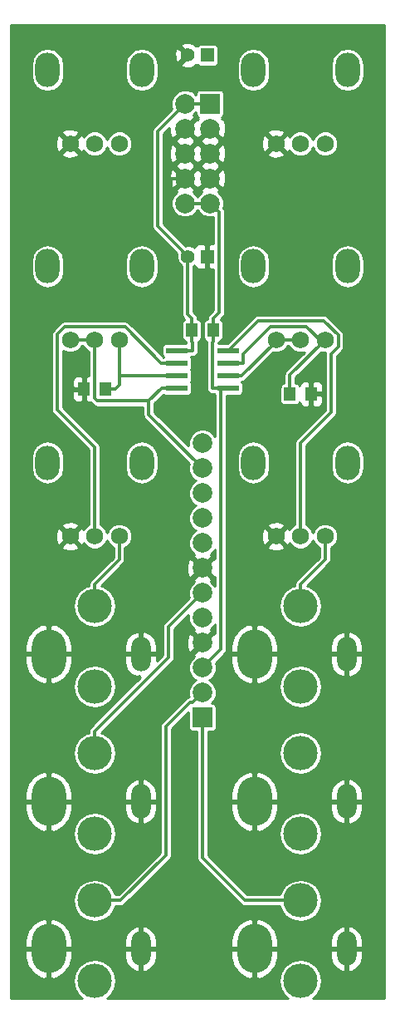
<source format=gbl>
G04 (created by PCBNEW (2013-07-07 BZR 4022)-stable) date 2014-05-25 11:12:15 PM*
%MOIN*%
G04 Gerber Fmt 3.4, Leading zero omitted, Abs format*
%FSLAX34Y34*%
G01*
G70*
G90*
G04 APERTURE LIST*
%ADD10C,0.00590551*%
%ADD11R,0.0866X0.0236*%
%ADD12R,0.045X0.055*%
%ADD13O,0.137795X0.19685*%
%ADD14O,0.0787402X0.137795*%
%ADD15O,0.137795X0.137795*%
%ADD16R,0.0787X0.0787*%
%ADD17C,0.0787*%
%ADD18O,0.0984252X0.137795*%
%ADD19C,0.0688976*%
%ADD20R,0.0551181X0.0551181*%
%ADD21C,0.0551181*%
%ADD22C,0.014*%
%ADD23C,0.012*%
%ADD24C,0.01*%
G04 APERTURE END LIST*
G54D10*
G54D11*
X87165Y-56852D03*
X87165Y-56352D03*
X87165Y-55852D03*
X87165Y-55352D03*
X89211Y-55352D03*
X89211Y-55852D03*
X89211Y-56352D03*
X89211Y-56852D03*
G54D12*
X88613Y-54527D03*
X87763Y-54527D03*
X92550Y-57086D03*
X91700Y-57086D03*
X83433Y-56889D03*
X84283Y-56889D03*
G54D13*
X90275Y-73425D03*
G54D14*
X93976Y-73425D03*
G54D15*
X92125Y-71496D03*
X92125Y-74724D03*
G54D13*
X82007Y-73425D03*
G54D14*
X85708Y-73425D03*
G54D15*
X83858Y-71496D03*
X83858Y-74724D03*
G54D13*
X90275Y-79330D03*
G54D14*
X93976Y-79330D03*
G54D15*
X92125Y-77401D03*
X92125Y-80629D03*
G54D13*
X82007Y-79330D03*
G54D14*
X85708Y-79330D03*
G54D15*
X83858Y-77401D03*
X83858Y-80629D03*
G54D13*
X82007Y-67519D03*
G54D14*
X85708Y-67519D03*
G54D15*
X83858Y-65590D03*
X83858Y-68818D03*
G54D13*
X90275Y-67519D03*
G54D14*
X93976Y-67519D03*
G54D15*
X92125Y-65590D03*
X92125Y-68818D03*
G54D16*
X88188Y-70066D03*
G54D17*
X88188Y-69066D03*
X88188Y-68066D03*
X88188Y-67066D03*
X88188Y-66066D03*
X88188Y-65066D03*
X88188Y-64066D03*
X88188Y-63066D03*
X88188Y-62066D03*
X88188Y-61066D03*
X88188Y-60066D03*
X88188Y-59066D03*
X88492Y-48440D03*
X88492Y-47440D03*
X88492Y-49440D03*
X88492Y-46440D03*
G54D16*
X88492Y-45440D03*
G54D17*
X87492Y-45440D03*
X87492Y-46440D03*
X87492Y-47440D03*
X87492Y-48440D03*
X87492Y-49440D03*
G54D18*
X94015Y-59842D03*
X90236Y-59842D03*
G54D19*
X93110Y-62795D03*
X92125Y-62795D03*
X91141Y-62795D03*
G54D18*
X85748Y-44094D03*
X81968Y-44094D03*
G54D19*
X84842Y-47047D03*
X83858Y-47047D03*
X82874Y-47047D03*
G54D18*
X85748Y-51968D03*
X81968Y-51968D03*
G54D19*
X84842Y-54921D03*
X83858Y-54921D03*
X82874Y-54921D03*
G54D18*
X85748Y-59842D03*
X81968Y-59842D03*
G54D19*
X84842Y-62795D03*
X83858Y-62795D03*
X82874Y-62795D03*
G54D18*
X94015Y-51968D03*
X90236Y-51968D03*
G54D19*
X93110Y-54921D03*
X92125Y-54921D03*
X91141Y-54921D03*
G54D18*
X94015Y-44094D03*
X90236Y-44094D03*
G54D19*
X93110Y-47047D03*
X92125Y-47047D03*
X91141Y-47047D03*
G54D20*
X88385Y-43503D03*
G54D21*
X87598Y-43503D03*
G54D20*
X88385Y-51574D03*
G54D21*
X87598Y-51574D03*
G54D22*
X88588Y-55017D02*
X88588Y-56852D01*
X88613Y-54992D02*
X88588Y-55017D01*
X88613Y-54527D02*
X88613Y-54992D01*
X88613Y-54527D02*
X88613Y-54062D01*
X88853Y-49802D02*
X88492Y-49440D01*
X88853Y-53823D02*
X88853Y-49802D01*
X88613Y-54062D02*
X88853Y-53823D01*
X88492Y-49440D02*
X87492Y-49440D01*
X89211Y-56852D02*
X88927Y-56852D01*
X88927Y-56852D02*
X88588Y-56852D01*
X88927Y-67328D02*
X88188Y-68066D01*
X88927Y-56852D02*
X88927Y-67328D01*
G54D23*
X87492Y-45440D02*
X86387Y-46545D01*
X86387Y-46545D02*
X86387Y-50364D01*
X86387Y-50364D02*
X87322Y-51299D01*
X87322Y-51299D02*
X87598Y-51574D01*
G54D22*
X87789Y-55017D02*
X87789Y-55352D01*
X87763Y-54992D02*
X87789Y-55017D01*
X87763Y-54527D02*
X87763Y-54992D01*
X87165Y-55352D02*
X87789Y-55352D01*
X88492Y-45440D02*
X87908Y-45440D01*
X87492Y-45440D02*
X87908Y-45440D01*
X87598Y-53896D02*
X87763Y-54062D01*
X87598Y-51574D02*
X87598Y-53896D01*
X87763Y-54527D02*
X87763Y-54062D01*
X82874Y-54921D02*
X83858Y-54921D01*
X87165Y-56852D02*
X86542Y-56852D01*
X86028Y-57906D02*
X86028Y-57366D01*
X88188Y-60066D02*
X86028Y-57906D01*
X83967Y-57366D02*
X86028Y-57366D01*
X83858Y-57258D02*
X83967Y-57366D01*
X83858Y-54921D02*
X83858Y-57258D01*
X86028Y-57366D02*
X86542Y-56852D01*
X91141Y-54921D02*
X92125Y-54921D01*
X89211Y-56352D02*
X89770Y-56352D01*
X91141Y-54980D02*
X91141Y-54921D01*
X89770Y-56352D02*
X91141Y-54980D01*
G54D23*
X88385Y-51179D02*
X88385Y-51574D01*
X86918Y-49712D02*
X88385Y-51179D01*
X86918Y-48457D02*
X86918Y-49712D01*
X86935Y-48440D02*
X86918Y-48457D01*
X87492Y-48440D02*
X86935Y-48440D01*
G54D22*
X86822Y-67652D02*
X83858Y-70616D01*
X86822Y-66432D02*
X86822Y-67652D01*
X88188Y-65066D02*
X86822Y-66432D01*
X83858Y-71496D02*
X83858Y-70616D01*
G54D23*
X93110Y-54921D02*
X93007Y-55024D01*
X91700Y-56330D02*
X91700Y-57086D01*
X93007Y-55024D02*
X91700Y-56330D01*
X89825Y-55479D02*
X89825Y-55852D01*
X90917Y-54387D02*
X89825Y-55479D01*
X92370Y-54387D02*
X90917Y-54387D01*
X93007Y-55024D02*
X92370Y-54387D01*
X89211Y-55852D02*
X89825Y-55852D01*
X84283Y-56889D02*
X84688Y-56889D01*
X87165Y-56352D02*
X84842Y-56352D01*
X84842Y-54921D02*
X84842Y-56352D01*
X84842Y-56735D02*
X84688Y-56889D01*
X84842Y-56352D02*
X84842Y-56735D01*
X93641Y-55199D02*
X93641Y-54708D01*
X93641Y-54708D02*
X93072Y-54139D01*
X93072Y-54139D02*
X90424Y-54139D01*
X90424Y-54139D02*
X89211Y-55352D01*
X93343Y-55497D02*
X93343Y-57837D01*
X93641Y-55199D02*
X93343Y-55497D01*
X92125Y-59055D02*
X92125Y-62795D01*
X93343Y-57837D02*
X92125Y-59055D01*
X93110Y-63737D02*
X92125Y-64721D01*
X93110Y-62795D02*
X93110Y-63737D01*
X92125Y-65590D02*
X92125Y-64721D01*
X84842Y-63737D02*
X83858Y-64721D01*
X84842Y-62795D02*
X84842Y-63737D01*
X83858Y-65590D02*
X83858Y-64721D01*
X86533Y-55852D02*
X87165Y-55852D01*
X85075Y-54394D02*
X86533Y-55852D01*
X82655Y-54394D02*
X85075Y-54394D01*
X82348Y-54701D02*
X82655Y-54394D01*
X82348Y-57714D02*
X82348Y-54701D01*
X83858Y-59223D02*
X82348Y-57714D01*
X83858Y-62795D02*
X83858Y-59223D01*
X88188Y-69066D02*
X88112Y-69066D01*
X87684Y-69460D02*
X86712Y-70432D01*
X87795Y-69460D02*
X87684Y-69460D01*
X88188Y-69066D02*
X87795Y-69460D01*
X86712Y-70432D02*
X86712Y-75590D01*
X84901Y-77401D02*
X83858Y-77401D01*
X86712Y-75590D02*
X84901Y-77401D01*
X88188Y-70066D02*
X88188Y-75688D01*
X89901Y-77401D02*
X92125Y-77401D01*
X88188Y-75688D02*
X89901Y-77401D01*
G54D10*
G36*
X95499Y-81326D02*
X94677Y-81326D01*
X94677Y-60056D01*
X94677Y-59628D01*
X94677Y-52182D01*
X94677Y-51754D01*
X94677Y-44308D01*
X94677Y-43880D01*
X94627Y-43627D01*
X94483Y-43412D01*
X94269Y-43269D01*
X94015Y-43218D01*
X93762Y-43269D01*
X93547Y-43412D01*
X93404Y-43627D01*
X93353Y-43880D01*
X93353Y-44308D01*
X93404Y-44561D01*
X93547Y-44776D01*
X93762Y-44919D01*
X94015Y-44970D01*
X94269Y-44919D01*
X94483Y-44776D01*
X94627Y-44561D01*
X94677Y-44308D01*
X94677Y-51754D01*
X94627Y-51501D01*
X94483Y-51286D01*
X94269Y-51143D01*
X94015Y-51092D01*
X93762Y-51143D01*
X93624Y-51235D01*
X93624Y-46945D01*
X93546Y-46756D01*
X93402Y-46611D01*
X93213Y-46532D01*
X93008Y-46532D01*
X92819Y-46610D01*
X92674Y-46755D01*
X92618Y-46890D01*
X92562Y-46756D01*
X92417Y-46611D01*
X92228Y-46532D01*
X92024Y-46532D01*
X91834Y-46610D01*
X91690Y-46755D01*
X91679Y-46780D01*
X91659Y-46732D01*
X91559Y-46699D01*
X91489Y-46770D01*
X91489Y-46629D01*
X91456Y-46529D01*
X91234Y-46448D01*
X90997Y-46458D01*
X90898Y-46499D01*
X90898Y-44308D01*
X90898Y-43880D01*
X90847Y-43627D01*
X90704Y-43412D01*
X90489Y-43269D01*
X90236Y-43218D01*
X89982Y-43269D01*
X89768Y-43412D01*
X89624Y-43627D01*
X89574Y-43880D01*
X89574Y-44308D01*
X89624Y-44561D01*
X89768Y-44776D01*
X89982Y-44919D01*
X90236Y-44970D01*
X90489Y-44919D01*
X90704Y-44776D01*
X90847Y-44561D01*
X90898Y-44308D01*
X90898Y-46499D01*
X90827Y-46529D01*
X90794Y-46629D01*
X91141Y-46976D01*
X91489Y-46629D01*
X91489Y-46770D01*
X91212Y-47047D01*
X91559Y-47394D01*
X91659Y-47361D01*
X91678Y-47311D01*
X91689Y-47338D01*
X91834Y-47483D01*
X92023Y-47561D01*
X92227Y-47561D01*
X92417Y-47483D01*
X92561Y-47339D01*
X92618Y-47203D01*
X92673Y-47338D01*
X92818Y-47483D01*
X93007Y-47561D01*
X93212Y-47561D01*
X93401Y-47483D01*
X93546Y-47339D01*
X93624Y-47150D01*
X93624Y-46945D01*
X93624Y-51235D01*
X93547Y-51286D01*
X93404Y-51501D01*
X93353Y-51754D01*
X93353Y-52182D01*
X93404Y-52435D01*
X93547Y-52650D01*
X93762Y-52793D01*
X94015Y-52844D01*
X94269Y-52793D01*
X94483Y-52650D01*
X94627Y-52435D01*
X94677Y-52182D01*
X94677Y-59628D01*
X94627Y-59375D01*
X94483Y-59160D01*
X94269Y-59017D01*
X94015Y-58966D01*
X93871Y-58995D01*
X93871Y-55199D01*
X93871Y-55199D01*
X93871Y-55199D01*
X93871Y-54708D01*
X93854Y-54620D01*
X93854Y-54620D01*
X93804Y-54546D01*
X93235Y-53976D01*
X93160Y-53927D01*
X93072Y-53909D01*
X91489Y-53909D01*
X91489Y-47465D01*
X91141Y-47117D01*
X91071Y-47188D01*
X91071Y-47047D01*
X90723Y-46699D01*
X90623Y-46732D01*
X90542Y-46954D01*
X90552Y-47191D01*
X90623Y-47361D01*
X90723Y-47394D01*
X91071Y-47047D01*
X91071Y-47188D01*
X90794Y-47465D01*
X90827Y-47565D01*
X91049Y-47646D01*
X91285Y-47636D01*
X91456Y-47565D01*
X91489Y-47465D01*
X91489Y-53909D01*
X90898Y-53909D01*
X90898Y-52182D01*
X90898Y-51754D01*
X90847Y-51501D01*
X90704Y-51286D01*
X90489Y-51143D01*
X90236Y-51092D01*
X89982Y-51143D01*
X89768Y-51286D01*
X89624Y-51501D01*
X89574Y-51754D01*
X89574Y-52182D01*
X89624Y-52435D01*
X89768Y-52650D01*
X89982Y-52793D01*
X90236Y-52844D01*
X90489Y-52793D01*
X90704Y-52650D01*
X90847Y-52435D01*
X90898Y-52182D01*
X90898Y-53909D01*
X90424Y-53909D01*
X90336Y-53927D01*
X90262Y-53976D01*
X90262Y-53976D01*
X89174Y-55064D01*
X89139Y-55064D01*
X89139Y-48545D01*
X89139Y-47545D01*
X89130Y-47289D01*
X89050Y-47096D01*
X88945Y-47058D01*
X88875Y-47128D01*
X88875Y-46987D01*
X88857Y-46940D01*
X88875Y-46894D01*
X88492Y-46511D01*
X88421Y-46582D01*
X88109Y-46894D01*
X88126Y-46940D01*
X88109Y-46987D01*
X88492Y-47370D01*
X88875Y-46987D01*
X88875Y-47128D01*
X88562Y-47440D01*
X88945Y-47823D01*
X89050Y-47785D01*
X89139Y-47545D01*
X89139Y-48545D01*
X89130Y-48289D01*
X89050Y-48096D01*
X88945Y-48058D01*
X88875Y-48128D01*
X88875Y-47987D01*
X88857Y-47940D01*
X88875Y-47894D01*
X88492Y-47511D01*
X88421Y-47582D01*
X88421Y-47440D01*
X88038Y-47058D01*
X87992Y-47075D01*
X87945Y-47058D01*
X87875Y-47128D01*
X87875Y-46987D01*
X87857Y-46940D01*
X87875Y-46894D01*
X87492Y-46511D01*
X87109Y-46894D01*
X87126Y-46940D01*
X87109Y-46987D01*
X87492Y-47370D01*
X87875Y-46987D01*
X87875Y-47128D01*
X87562Y-47440D01*
X87945Y-47823D01*
X87992Y-47806D01*
X88038Y-47823D01*
X88421Y-47440D01*
X88421Y-47582D01*
X88109Y-47894D01*
X88126Y-47940D01*
X88109Y-47987D01*
X88492Y-48370D01*
X88875Y-47987D01*
X88875Y-48128D01*
X88562Y-48440D01*
X88945Y-48823D01*
X89050Y-48785D01*
X89139Y-48545D01*
X89139Y-55064D01*
X88839Y-55064D01*
X88853Y-54992D01*
X88853Y-54992D01*
X88853Y-54972D01*
X88872Y-54972D01*
X88935Y-54946D01*
X88983Y-54898D01*
X89008Y-54836D01*
X89009Y-54768D01*
X89009Y-54218D01*
X88983Y-54156D01*
X88935Y-54108D01*
X88915Y-54100D01*
X89023Y-53992D01*
X89075Y-53914D01*
X89093Y-53823D01*
X89093Y-53823D01*
X89093Y-49802D01*
X89075Y-49710D01*
X89023Y-49632D01*
X89023Y-49632D01*
X89022Y-49632D01*
X89055Y-49553D01*
X89055Y-49329D01*
X88970Y-49122D01*
X88839Y-48991D01*
X88875Y-48894D01*
X88492Y-48511D01*
X88421Y-48582D01*
X88421Y-48440D01*
X88038Y-48058D01*
X87992Y-48075D01*
X87945Y-48058D01*
X87875Y-48128D01*
X87875Y-47987D01*
X87857Y-47940D01*
X87875Y-47894D01*
X87492Y-47511D01*
X87421Y-47582D01*
X87421Y-47440D01*
X87038Y-47058D01*
X86933Y-47096D01*
X86844Y-47336D01*
X86853Y-47592D01*
X86933Y-47785D01*
X87038Y-47823D01*
X87421Y-47440D01*
X87421Y-47582D01*
X87109Y-47894D01*
X87126Y-47940D01*
X87109Y-47987D01*
X87492Y-48370D01*
X87875Y-47987D01*
X87875Y-48128D01*
X87562Y-48440D01*
X87945Y-48823D01*
X87992Y-48806D01*
X88038Y-48823D01*
X88421Y-48440D01*
X88421Y-48582D01*
X88109Y-48894D01*
X88144Y-48991D01*
X88014Y-49121D01*
X87992Y-49175D01*
X87970Y-49122D01*
X87839Y-48991D01*
X87875Y-48894D01*
X87492Y-48511D01*
X87421Y-48582D01*
X87421Y-48440D01*
X87038Y-48058D01*
X86933Y-48096D01*
X86844Y-48336D01*
X86853Y-48592D01*
X86933Y-48785D01*
X87038Y-48823D01*
X87421Y-48440D01*
X87421Y-48582D01*
X87109Y-48894D01*
X87144Y-48991D01*
X87014Y-49121D01*
X86928Y-49328D01*
X86928Y-49552D01*
X87014Y-49759D01*
X87172Y-49918D01*
X87379Y-50004D01*
X87603Y-50004D01*
X87810Y-49918D01*
X87969Y-49760D01*
X87992Y-49706D01*
X88014Y-49759D01*
X88172Y-49918D01*
X88379Y-50004D01*
X88603Y-50004D01*
X88613Y-50000D01*
X88613Y-51049D01*
X88498Y-51049D01*
X88435Y-51111D01*
X88435Y-51524D01*
X88443Y-51524D01*
X88443Y-51624D01*
X88435Y-51624D01*
X88435Y-52037D01*
X88498Y-52100D01*
X88613Y-52100D01*
X88613Y-53723D01*
X88444Y-53892D01*
X88392Y-53970D01*
X88373Y-54062D01*
X88373Y-54082D01*
X88355Y-54082D01*
X88292Y-54108D01*
X88244Y-54156D01*
X88219Y-54218D01*
X88218Y-54286D01*
X88218Y-54836D01*
X88244Y-54898D01*
X88292Y-54946D01*
X88355Y-54972D01*
X88357Y-54972D01*
X88348Y-55017D01*
X88348Y-56852D01*
X88367Y-56944D01*
X88419Y-57022D01*
X88497Y-57074D01*
X88588Y-57092D01*
X88660Y-57092D01*
X88682Y-57114D01*
X88687Y-57116D01*
X88687Y-58797D01*
X88666Y-58748D01*
X88508Y-58589D01*
X88301Y-58503D01*
X88077Y-58503D01*
X87870Y-58588D01*
X87711Y-58747D01*
X87625Y-58954D01*
X87625Y-59163D01*
X86268Y-57806D01*
X86268Y-57466D01*
X86628Y-57106D01*
X86636Y-57114D01*
X86699Y-57140D01*
X86766Y-57140D01*
X87632Y-57140D01*
X87695Y-57114D01*
X87743Y-57066D01*
X87768Y-57004D01*
X87769Y-56936D01*
X87769Y-56700D01*
X87743Y-56638D01*
X87707Y-56602D01*
X87743Y-56566D01*
X87768Y-56504D01*
X87769Y-56436D01*
X87769Y-56200D01*
X87743Y-56138D01*
X87707Y-56102D01*
X87743Y-56066D01*
X87768Y-56004D01*
X87769Y-55936D01*
X87769Y-55700D01*
X87743Y-55638D01*
X87707Y-55602D01*
X87717Y-55592D01*
X87789Y-55592D01*
X87880Y-55574D01*
X87958Y-55522D01*
X88010Y-55444D01*
X88029Y-55352D01*
X88029Y-55017D01*
X88029Y-55017D01*
X88020Y-54972D01*
X88022Y-54972D01*
X88085Y-54946D01*
X88133Y-54898D01*
X88158Y-54836D01*
X88159Y-54768D01*
X88159Y-54218D01*
X88133Y-54156D01*
X88085Y-54108D01*
X88022Y-54082D01*
X88003Y-54082D01*
X88003Y-54062D01*
X88003Y-54062D01*
X87985Y-53970D01*
X87933Y-53892D01*
X87933Y-53892D01*
X87838Y-53797D01*
X87838Y-51957D01*
X87850Y-51952D01*
X87872Y-51930D01*
X87898Y-51992D01*
X87968Y-52062D01*
X88060Y-52100D01*
X88273Y-52100D01*
X88335Y-52037D01*
X88335Y-51624D01*
X88327Y-51624D01*
X88327Y-51524D01*
X88335Y-51524D01*
X88335Y-51111D01*
X88273Y-51049D01*
X88060Y-51049D01*
X87968Y-51087D01*
X87898Y-51157D01*
X87872Y-51218D01*
X87851Y-51197D01*
X87687Y-51129D01*
X87510Y-51129D01*
X87487Y-51138D01*
X87485Y-51136D01*
X87485Y-51136D01*
X86617Y-50268D01*
X86617Y-46640D01*
X86847Y-46411D01*
X86853Y-46592D01*
X86933Y-46785D01*
X87038Y-46823D01*
X87421Y-46440D01*
X87415Y-46435D01*
X87486Y-46364D01*
X87492Y-46370D01*
X87875Y-45987D01*
X87839Y-45890D01*
X87928Y-45801D01*
X87928Y-45868D01*
X87954Y-45930D01*
X88002Y-45978D01*
X88020Y-45986D01*
X87993Y-46013D01*
X88038Y-46058D01*
X87992Y-46075D01*
X87945Y-46058D01*
X87562Y-46440D01*
X87945Y-46823D01*
X87992Y-46806D01*
X88038Y-46823D01*
X88421Y-46440D01*
X88415Y-46435D01*
X88486Y-46364D01*
X88492Y-46370D01*
X88497Y-46364D01*
X88568Y-46435D01*
X88562Y-46440D01*
X88945Y-46823D01*
X89050Y-46785D01*
X89139Y-46545D01*
X89130Y-46289D01*
X89050Y-46096D01*
X88945Y-46058D01*
X88990Y-46013D01*
X88963Y-45986D01*
X88981Y-45978D01*
X89029Y-45930D01*
X89055Y-45868D01*
X89055Y-45800D01*
X89055Y-45013D01*
X89029Y-44951D01*
X88982Y-44903D01*
X88919Y-44877D01*
X88851Y-44877D01*
X88831Y-44877D01*
X88831Y-43745D01*
X88831Y-43194D01*
X88805Y-43132D01*
X88757Y-43084D01*
X88695Y-43058D01*
X88627Y-43058D01*
X88076Y-43058D01*
X88014Y-43084D01*
X87974Y-43123D01*
X87941Y-43090D01*
X87895Y-43135D01*
X87871Y-43042D01*
X87674Y-42973D01*
X87465Y-42984D01*
X87325Y-43042D01*
X87300Y-43135D01*
X87598Y-43433D01*
X87603Y-43427D01*
X87674Y-43498D01*
X87669Y-43503D01*
X87674Y-43509D01*
X87603Y-43580D01*
X87598Y-43574D01*
X87527Y-43645D01*
X87527Y-43503D01*
X87230Y-43206D01*
X87137Y-43230D01*
X87067Y-43428D01*
X87079Y-43636D01*
X87137Y-43777D01*
X87230Y-43801D01*
X87527Y-43503D01*
X87527Y-43645D01*
X87300Y-43872D01*
X87325Y-43964D01*
X87522Y-44034D01*
X87731Y-44023D01*
X87871Y-43964D01*
X87895Y-43872D01*
X87895Y-43872D01*
X87941Y-43917D01*
X87974Y-43884D01*
X88013Y-43923D01*
X88076Y-43949D01*
X88143Y-43949D01*
X88695Y-43949D01*
X88757Y-43923D01*
X88805Y-43875D01*
X88831Y-43813D01*
X88831Y-43745D01*
X88831Y-44877D01*
X88064Y-44877D01*
X88002Y-44903D01*
X87954Y-44951D01*
X87928Y-45013D01*
X87928Y-45080D01*
X87895Y-45047D01*
X87811Y-44963D01*
X87604Y-44877D01*
X87380Y-44877D01*
X87173Y-44962D01*
X87014Y-45121D01*
X86928Y-45328D01*
X86928Y-45552D01*
X86965Y-45642D01*
X86410Y-46197D01*
X86410Y-44308D01*
X86410Y-43880D01*
X86359Y-43627D01*
X86216Y-43412D01*
X86001Y-43269D01*
X85748Y-43218D01*
X85494Y-43269D01*
X85279Y-43412D01*
X85136Y-43627D01*
X85085Y-43880D01*
X85085Y-44308D01*
X85136Y-44561D01*
X85279Y-44776D01*
X85494Y-44919D01*
X85748Y-44970D01*
X86001Y-44919D01*
X86216Y-44776D01*
X86359Y-44561D01*
X86410Y-44308D01*
X86410Y-46197D01*
X86225Y-46382D01*
X86175Y-46457D01*
X86157Y-46545D01*
X86157Y-50364D01*
X86175Y-50452D01*
X86225Y-50526D01*
X87160Y-51461D01*
X87160Y-51461D01*
X87162Y-51463D01*
X87152Y-51485D01*
X87152Y-51663D01*
X87220Y-51826D01*
X87345Y-51952D01*
X87358Y-51957D01*
X87358Y-53896D01*
X87376Y-53988D01*
X87428Y-54066D01*
X87462Y-54100D01*
X87442Y-54108D01*
X87394Y-54156D01*
X87369Y-54218D01*
X87368Y-54286D01*
X87368Y-54836D01*
X87394Y-54898D01*
X87442Y-54946D01*
X87505Y-54972D01*
X87523Y-54972D01*
X87523Y-54992D01*
X87538Y-55064D01*
X86699Y-55064D01*
X86636Y-55090D01*
X86588Y-55137D01*
X86563Y-55200D01*
X86562Y-55268D01*
X86562Y-55504D01*
X86588Y-55566D01*
X86624Y-55602D01*
X86616Y-55610D01*
X86410Y-55403D01*
X86410Y-52182D01*
X86410Y-51754D01*
X86359Y-51501D01*
X86216Y-51286D01*
X86001Y-51143D01*
X85748Y-51092D01*
X85494Y-51143D01*
X85357Y-51235D01*
X85357Y-46945D01*
X85278Y-46756D01*
X85134Y-46611D01*
X84945Y-46532D01*
X84740Y-46532D01*
X84551Y-46610D01*
X84406Y-46755D01*
X84350Y-46890D01*
X84294Y-46756D01*
X84150Y-46611D01*
X83961Y-46532D01*
X83756Y-46532D01*
X83567Y-46610D01*
X83422Y-46755D01*
X83411Y-46780D01*
X83392Y-46732D01*
X83292Y-46699D01*
X83221Y-46770D01*
X83221Y-46629D01*
X83188Y-46529D01*
X82966Y-46448D01*
X82730Y-46458D01*
X82630Y-46499D01*
X82630Y-44308D01*
X82630Y-43880D01*
X82580Y-43627D01*
X82436Y-43412D01*
X82221Y-43269D01*
X81968Y-43218D01*
X81715Y-43269D01*
X81500Y-43412D01*
X81356Y-43627D01*
X81306Y-43880D01*
X81306Y-44308D01*
X81356Y-44561D01*
X81500Y-44776D01*
X81715Y-44919D01*
X81968Y-44970D01*
X82221Y-44919D01*
X82436Y-44776D01*
X82580Y-44561D01*
X82630Y-44308D01*
X82630Y-46499D01*
X82559Y-46529D01*
X82526Y-46629D01*
X82874Y-46976D01*
X83221Y-46629D01*
X83221Y-46770D01*
X82944Y-47047D01*
X83292Y-47394D01*
X83392Y-47361D01*
X83410Y-47311D01*
X83421Y-47338D01*
X83566Y-47483D01*
X83755Y-47561D01*
X83960Y-47561D01*
X84149Y-47483D01*
X84294Y-47339D01*
X84350Y-47203D01*
X84406Y-47338D01*
X84550Y-47483D01*
X84739Y-47561D01*
X84944Y-47561D01*
X85133Y-47483D01*
X85278Y-47339D01*
X85356Y-47150D01*
X85357Y-46945D01*
X85357Y-51235D01*
X85279Y-51286D01*
X85136Y-51501D01*
X85085Y-51754D01*
X85085Y-52182D01*
X85136Y-52435D01*
X85279Y-52650D01*
X85494Y-52793D01*
X85748Y-52844D01*
X86001Y-52793D01*
X86216Y-52650D01*
X86359Y-52435D01*
X86410Y-52182D01*
X86410Y-55403D01*
X85238Y-54232D01*
X85163Y-54182D01*
X85075Y-54164D01*
X83221Y-54164D01*
X83221Y-47465D01*
X82874Y-47117D01*
X82803Y-47188D01*
X82803Y-47047D01*
X82455Y-46699D01*
X82355Y-46732D01*
X82274Y-46954D01*
X82285Y-47191D01*
X82355Y-47361D01*
X82455Y-47394D01*
X82803Y-47047D01*
X82803Y-47188D01*
X82526Y-47465D01*
X82559Y-47565D01*
X82781Y-47646D01*
X83017Y-47636D01*
X83188Y-47565D01*
X83221Y-47465D01*
X83221Y-54164D01*
X82655Y-54164D01*
X82630Y-54169D01*
X82630Y-52182D01*
X82630Y-51754D01*
X82580Y-51501D01*
X82436Y-51286D01*
X82221Y-51143D01*
X81968Y-51092D01*
X81715Y-51143D01*
X81500Y-51286D01*
X81356Y-51501D01*
X81306Y-51754D01*
X81306Y-52182D01*
X81356Y-52435D01*
X81500Y-52650D01*
X81715Y-52793D01*
X81968Y-52844D01*
X82221Y-52793D01*
X82436Y-52650D01*
X82580Y-52435D01*
X82630Y-52182D01*
X82630Y-54169D01*
X82567Y-54182D01*
X82492Y-54232D01*
X82492Y-54232D01*
X82186Y-54538D01*
X82136Y-54613D01*
X82118Y-54701D01*
X82118Y-57714D01*
X82136Y-57802D01*
X82186Y-57876D01*
X83628Y-59318D01*
X83628Y-62333D01*
X83567Y-62358D01*
X83422Y-62503D01*
X83411Y-62528D01*
X83392Y-62480D01*
X83292Y-62447D01*
X83221Y-62518D01*
X83221Y-62377D01*
X83188Y-62277D01*
X82966Y-62196D01*
X82730Y-62206D01*
X82630Y-62247D01*
X82630Y-60056D01*
X82630Y-59628D01*
X82580Y-59375D01*
X82436Y-59160D01*
X82221Y-59017D01*
X81968Y-58966D01*
X81715Y-59017D01*
X81500Y-59160D01*
X81356Y-59375D01*
X81306Y-59628D01*
X81306Y-60056D01*
X81356Y-60309D01*
X81500Y-60524D01*
X81715Y-60667D01*
X81968Y-60718D01*
X82221Y-60667D01*
X82436Y-60524D01*
X82580Y-60309D01*
X82630Y-60056D01*
X82630Y-62247D01*
X82559Y-62277D01*
X82526Y-62377D01*
X82874Y-62724D01*
X83221Y-62377D01*
X83221Y-62518D01*
X82944Y-62795D01*
X83292Y-63142D01*
X83392Y-63109D01*
X83410Y-63059D01*
X83421Y-63086D01*
X83566Y-63231D01*
X83755Y-63309D01*
X83960Y-63309D01*
X84149Y-63231D01*
X84294Y-63087D01*
X84350Y-62951D01*
X84406Y-63086D01*
X84550Y-63231D01*
X84612Y-63256D01*
X84612Y-63641D01*
X83695Y-64558D01*
X83645Y-64633D01*
X83628Y-64721D01*
X83628Y-64773D01*
X83512Y-64796D01*
X83234Y-64983D01*
X83221Y-65002D01*
X83221Y-63213D01*
X82874Y-62865D01*
X82803Y-62936D01*
X82803Y-62795D01*
X82455Y-62447D01*
X82355Y-62480D01*
X82274Y-62702D01*
X82285Y-62939D01*
X82355Y-63109D01*
X82455Y-63142D01*
X82803Y-62795D01*
X82803Y-62936D01*
X82526Y-63213D01*
X82559Y-63313D01*
X82781Y-63394D01*
X83017Y-63384D01*
X83188Y-63313D01*
X83221Y-63213D01*
X83221Y-65002D01*
X83047Y-65261D01*
X82982Y-65590D01*
X83047Y-65919D01*
X83234Y-66197D01*
X83512Y-66384D01*
X83841Y-66449D01*
X83875Y-66449D01*
X84203Y-66384D01*
X84482Y-66197D01*
X84668Y-65919D01*
X84734Y-65590D01*
X84668Y-65261D01*
X84482Y-64983D01*
X84203Y-64796D01*
X84123Y-64781D01*
X85005Y-63899D01*
X85005Y-63899D01*
X85005Y-63899D01*
X85055Y-63825D01*
X85072Y-63737D01*
X85072Y-63737D01*
X85072Y-63737D01*
X85072Y-63256D01*
X85133Y-63231D01*
X85278Y-63087D01*
X85356Y-62898D01*
X85357Y-62693D01*
X85278Y-62504D01*
X85134Y-62359D01*
X84945Y-62280D01*
X84740Y-62280D01*
X84551Y-62358D01*
X84406Y-62503D01*
X84350Y-62638D01*
X84294Y-62504D01*
X84150Y-62359D01*
X84088Y-62333D01*
X84088Y-59223D01*
X84070Y-59135D01*
X84020Y-59060D01*
X84020Y-59060D01*
X83383Y-58423D01*
X83383Y-57352D01*
X83383Y-56939D01*
X83383Y-56839D01*
X83383Y-56427D01*
X83320Y-56364D01*
X83158Y-56364D01*
X83066Y-56402D01*
X82996Y-56472D01*
X82958Y-56564D01*
X82958Y-56664D01*
X82958Y-56777D01*
X83020Y-56839D01*
X83383Y-56839D01*
X83383Y-56939D01*
X83020Y-56939D01*
X82958Y-57002D01*
X82958Y-57115D01*
X82958Y-57214D01*
X82996Y-57306D01*
X83066Y-57376D01*
X83158Y-57414D01*
X83320Y-57414D01*
X83383Y-57352D01*
X83383Y-58423D01*
X82578Y-57618D01*
X82578Y-55353D01*
X82582Y-55357D01*
X82771Y-55435D01*
X82975Y-55435D01*
X83165Y-55357D01*
X83309Y-55213D01*
X83331Y-55161D01*
X83400Y-55161D01*
X83421Y-55212D01*
X83566Y-55357D01*
X83618Y-55378D01*
X83618Y-56364D01*
X83545Y-56364D01*
X83483Y-56427D01*
X83483Y-56839D01*
X83491Y-56839D01*
X83491Y-56939D01*
X83483Y-56939D01*
X83483Y-57352D01*
X83545Y-57414D01*
X83679Y-57414D01*
X83688Y-57427D01*
X83797Y-57536D01*
X83797Y-57536D01*
X83875Y-57588D01*
X83967Y-57606D01*
X83967Y-57606D01*
X85788Y-57606D01*
X85788Y-57906D01*
X85806Y-57998D01*
X85858Y-58076D01*
X87658Y-59875D01*
X87625Y-59954D01*
X87625Y-60178D01*
X87710Y-60385D01*
X87869Y-60544D01*
X87923Y-60566D01*
X87870Y-60588D01*
X87711Y-60747D01*
X87625Y-60954D01*
X87625Y-61178D01*
X87710Y-61385D01*
X87869Y-61544D01*
X87923Y-61566D01*
X87870Y-61588D01*
X87711Y-61747D01*
X87625Y-61954D01*
X87625Y-62178D01*
X87710Y-62385D01*
X87869Y-62544D01*
X87923Y-62566D01*
X87870Y-62588D01*
X87711Y-62747D01*
X87625Y-62954D01*
X87625Y-63178D01*
X87710Y-63385D01*
X87841Y-63516D01*
X87806Y-63613D01*
X88188Y-63996D01*
X88571Y-63613D01*
X88536Y-63516D01*
X88666Y-63386D01*
X88687Y-63336D01*
X88687Y-63700D01*
X88642Y-63684D01*
X88259Y-64066D01*
X88642Y-64449D01*
X88687Y-64433D01*
X88687Y-64797D01*
X88666Y-64748D01*
X88536Y-64617D01*
X88571Y-64520D01*
X88188Y-64137D01*
X88118Y-64208D01*
X88118Y-64066D01*
X87735Y-63684D01*
X87630Y-63722D01*
X87541Y-63962D01*
X87550Y-64218D01*
X87630Y-64411D01*
X87735Y-64449D01*
X88118Y-64066D01*
X88118Y-64208D01*
X87806Y-64520D01*
X87841Y-64617D01*
X87711Y-64747D01*
X87625Y-64954D01*
X87625Y-65178D01*
X87658Y-65258D01*
X86653Y-66263D01*
X86601Y-66341D01*
X86582Y-66432D01*
X86582Y-67552D01*
X86410Y-67725D01*
X86410Y-60056D01*
X86410Y-59628D01*
X86359Y-59375D01*
X86216Y-59160D01*
X86001Y-59017D01*
X85748Y-58966D01*
X85494Y-59017D01*
X85279Y-59160D01*
X85136Y-59375D01*
X85085Y-59628D01*
X85085Y-60056D01*
X85136Y-60309D01*
X85279Y-60524D01*
X85494Y-60667D01*
X85748Y-60718D01*
X86001Y-60667D01*
X86216Y-60524D01*
X86359Y-60309D01*
X86410Y-60056D01*
X86410Y-67725D01*
X86352Y-67783D01*
X86352Y-67569D01*
X86352Y-67469D01*
X86352Y-67174D01*
X86284Y-66931D01*
X86128Y-66733D01*
X85908Y-66610D01*
X85858Y-66598D01*
X85758Y-66645D01*
X85758Y-67469D01*
X86352Y-67469D01*
X86352Y-67569D01*
X85758Y-67569D01*
X85758Y-67577D01*
X85658Y-67577D01*
X85658Y-67569D01*
X85658Y-67469D01*
X85658Y-66645D01*
X85558Y-66598D01*
X85508Y-66610D01*
X85288Y-66733D01*
X85133Y-66931D01*
X85064Y-67174D01*
X85064Y-67469D01*
X85658Y-67469D01*
X85658Y-67569D01*
X85064Y-67569D01*
X85064Y-67864D01*
X85133Y-68107D01*
X85288Y-68305D01*
X85508Y-68428D01*
X85558Y-68440D01*
X85658Y-68394D01*
X85658Y-68458D01*
X85658Y-68458D01*
X85677Y-68458D01*
X85658Y-68477D01*
X84734Y-69401D01*
X84734Y-68818D01*
X84668Y-68490D01*
X84482Y-68211D01*
X84203Y-68025D01*
X83875Y-67959D01*
X83841Y-67959D01*
X83512Y-68025D01*
X83234Y-68211D01*
X83047Y-68490D01*
X82982Y-68818D01*
X83047Y-69147D01*
X83234Y-69426D01*
X83512Y-69612D01*
X83841Y-69677D01*
X83875Y-69677D01*
X84203Y-69612D01*
X84482Y-69426D01*
X84668Y-69147D01*
X84734Y-68818D01*
X84734Y-69401D01*
X83688Y-70447D01*
X83636Y-70525D01*
X83618Y-70616D01*
X83618Y-70681D01*
X83512Y-70702D01*
X83234Y-70888D01*
X83047Y-71167D01*
X82982Y-71496D01*
X83047Y-71824D01*
X83234Y-72103D01*
X83512Y-72289D01*
X83841Y-72355D01*
X83875Y-72355D01*
X84203Y-72289D01*
X84482Y-72103D01*
X84668Y-71824D01*
X84734Y-71496D01*
X84668Y-71167D01*
X84482Y-70888D01*
X84203Y-70702D01*
X84127Y-70687D01*
X86992Y-67821D01*
X86992Y-67821D01*
X87044Y-67744D01*
X87062Y-67652D01*
X87062Y-67652D01*
X87062Y-66532D01*
X87625Y-65969D01*
X87625Y-66178D01*
X87710Y-66385D01*
X87841Y-66516D01*
X87806Y-66613D01*
X88188Y-66996D01*
X88571Y-66613D01*
X88536Y-66516D01*
X88666Y-66386D01*
X88687Y-66336D01*
X88687Y-66700D01*
X88642Y-66684D01*
X88259Y-67066D01*
X88265Y-67072D01*
X88194Y-67143D01*
X88188Y-67137D01*
X88118Y-67208D01*
X88118Y-67066D01*
X87735Y-66684D01*
X87630Y-66722D01*
X87541Y-66962D01*
X87550Y-67218D01*
X87630Y-67411D01*
X87735Y-67449D01*
X88118Y-67066D01*
X88118Y-67208D01*
X87806Y-67520D01*
X87841Y-67617D01*
X87711Y-67747D01*
X87625Y-67954D01*
X87625Y-68178D01*
X87710Y-68385D01*
X87869Y-68544D01*
X87923Y-68566D01*
X87870Y-68588D01*
X87711Y-68747D01*
X87625Y-68954D01*
X87625Y-69178D01*
X87649Y-69237D01*
X87596Y-69247D01*
X87521Y-69297D01*
X87521Y-69297D01*
X86549Y-70269D01*
X86500Y-70344D01*
X86482Y-70432D01*
X86482Y-75495D01*
X86352Y-75625D01*
X86352Y-73770D01*
X86352Y-73475D01*
X86352Y-73375D01*
X86352Y-73079D01*
X86284Y-72837D01*
X86128Y-72639D01*
X85908Y-72516D01*
X85858Y-72503D01*
X85758Y-72550D01*
X85758Y-73375D01*
X86352Y-73375D01*
X86352Y-73475D01*
X85758Y-73475D01*
X85758Y-74299D01*
X85858Y-74346D01*
X85908Y-74334D01*
X86128Y-74210D01*
X86284Y-74013D01*
X86352Y-73770D01*
X86352Y-75625D01*
X85658Y-76319D01*
X85658Y-74299D01*
X85658Y-73475D01*
X85658Y-73375D01*
X85658Y-72550D01*
X85558Y-72503D01*
X85508Y-72516D01*
X85288Y-72639D01*
X85133Y-72837D01*
X85064Y-73079D01*
X85064Y-73375D01*
X85658Y-73375D01*
X85658Y-73475D01*
X85064Y-73475D01*
X85064Y-73770D01*
X85133Y-74013D01*
X85288Y-74210D01*
X85508Y-74334D01*
X85558Y-74346D01*
X85658Y-74299D01*
X85658Y-76319D01*
X84806Y-77171D01*
X84734Y-77171D01*
X84734Y-74724D01*
X84668Y-74395D01*
X84482Y-74117D01*
X84203Y-73930D01*
X83875Y-73865D01*
X83841Y-73865D01*
X83512Y-73930D01*
X83234Y-74117D01*
X83047Y-74395D01*
X82982Y-74724D01*
X83047Y-75053D01*
X83234Y-75331D01*
X83512Y-75518D01*
X83841Y-75583D01*
X83875Y-75583D01*
X84203Y-75518D01*
X84482Y-75331D01*
X84668Y-75053D01*
X84734Y-74724D01*
X84734Y-77171D01*
X84688Y-77171D01*
X84668Y-77072D01*
X84482Y-76794D01*
X84203Y-76607D01*
X83875Y-76542D01*
X83841Y-76542D01*
X83512Y-76607D01*
X83234Y-76794D01*
X83047Y-77072D01*
X82982Y-77401D01*
X83047Y-77730D01*
X83234Y-78008D01*
X83512Y-78195D01*
X83841Y-78260D01*
X83875Y-78260D01*
X84203Y-78195D01*
X84482Y-78008D01*
X84668Y-77730D01*
X84688Y-77631D01*
X84901Y-77631D01*
X84989Y-77614D01*
X84989Y-77614D01*
X85064Y-77564D01*
X86875Y-75753D01*
X86925Y-75678D01*
X86925Y-75678D01*
X86942Y-75590D01*
X86942Y-70527D01*
X87625Y-69844D01*
X87625Y-70494D01*
X87651Y-70556D01*
X87699Y-70604D01*
X87761Y-70630D01*
X87829Y-70630D01*
X87958Y-70630D01*
X87958Y-75688D01*
X87976Y-75776D01*
X88026Y-75851D01*
X89738Y-77564D01*
X89738Y-77564D01*
X89813Y-77614D01*
X89901Y-77631D01*
X89901Y-77631D01*
X89901Y-77631D01*
X91295Y-77631D01*
X91315Y-77730D01*
X91501Y-78008D01*
X91780Y-78195D01*
X92109Y-78260D01*
X92142Y-78260D01*
X92471Y-78195D01*
X92750Y-78008D01*
X92936Y-77730D01*
X93001Y-77401D01*
X93001Y-74724D01*
X93001Y-71496D01*
X93001Y-68818D01*
X92936Y-68490D01*
X92750Y-68211D01*
X92471Y-68025D01*
X92142Y-67959D01*
X92109Y-67959D01*
X91780Y-68025D01*
X91501Y-68211D01*
X91315Y-68490D01*
X91250Y-68818D01*
X91315Y-69147D01*
X91501Y-69426D01*
X91780Y-69612D01*
X92109Y-69677D01*
X92142Y-69677D01*
X92471Y-69612D01*
X92750Y-69426D01*
X92936Y-69147D01*
X93001Y-68818D01*
X93001Y-71496D01*
X92936Y-71167D01*
X92750Y-70888D01*
X92471Y-70702D01*
X92142Y-70637D01*
X92109Y-70637D01*
X91780Y-70702D01*
X91501Y-70888D01*
X91315Y-71167D01*
X91250Y-71496D01*
X91315Y-71824D01*
X91501Y-72103D01*
X91780Y-72289D01*
X92109Y-72355D01*
X92142Y-72355D01*
X92471Y-72289D01*
X92750Y-72103D01*
X92936Y-71824D01*
X93001Y-71496D01*
X93001Y-74724D01*
X92936Y-74395D01*
X92750Y-74117D01*
X92471Y-73930D01*
X92142Y-73865D01*
X92109Y-73865D01*
X91780Y-73930D01*
X91501Y-74117D01*
X91315Y-74395D01*
X91250Y-74724D01*
X91315Y-75053D01*
X91501Y-75331D01*
X91780Y-75518D01*
X92109Y-75583D01*
X92142Y-75583D01*
X92471Y-75518D01*
X92750Y-75331D01*
X92936Y-75053D01*
X93001Y-74724D01*
X93001Y-77401D01*
X92936Y-77072D01*
X92750Y-76794D01*
X92471Y-76607D01*
X92142Y-76542D01*
X92109Y-76542D01*
X91780Y-76607D01*
X91501Y-76794D01*
X91315Y-77072D01*
X91295Y-77171D01*
X91214Y-77171D01*
X91214Y-73770D01*
X91214Y-73475D01*
X91214Y-73375D01*
X91214Y-73079D01*
X91214Y-67864D01*
X91214Y-67569D01*
X91214Y-67469D01*
X91214Y-67174D01*
X91123Y-66818D01*
X90904Y-66525D01*
X90588Y-66337D01*
X90471Y-66306D01*
X90325Y-66349D01*
X90325Y-67469D01*
X91214Y-67469D01*
X91214Y-67569D01*
X90325Y-67569D01*
X90325Y-68690D01*
X90471Y-68733D01*
X90588Y-68701D01*
X90904Y-68514D01*
X91123Y-68220D01*
X91214Y-67864D01*
X91214Y-73079D01*
X91123Y-72724D01*
X90904Y-72430D01*
X90588Y-72243D01*
X90471Y-72211D01*
X90325Y-72254D01*
X90325Y-73375D01*
X91214Y-73375D01*
X91214Y-73475D01*
X90325Y-73475D01*
X90325Y-74595D01*
X90471Y-74638D01*
X90588Y-74607D01*
X90904Y-74419D01*
X91123Y-74125D01*
X91214Y-73770D01*
X91214Y-77171D01*
X90225Y-77171D01*
X90225Y-74595D01*
X90225Y-73475D01*
X90225Y-73375D01*
X90225Y-72254D01*
X90225Y-68690D01*
X90225Y-67569D01*
X90225Y-67469D01*
X90225Y-66349D01*
X90079Y-66306D01*
X89962Y-66337D01*
X89646Y-66525D01*
X89427Y-66818D01*
X89336Y-67174D01*
X89336Y-67469D01*
X90225Y-67469D01*
X90225Y-67569D01*
X89336Y-67569D01*
X89336Y-67864D01*
X89427Y-68220D01*
X89646Y-68514D01*
X89962Y-68701D01*
X90079Y-68733D01*
X90225Y-68690D01*
X90225Y-72254D01*
X90079Y-72211D01*
X89962Y-72243D01*
X89646Y-72430D01*
X89427Y-72724D01*
X89336Y-73079D01*
X89336Y-73375D01*
X90225Y-73375D01*
X90225Y-73475D01*
X89336Y-73475D01*
X89336Y-73770D01*
X89427Y-74125D01*
X89646Y-74419D01*
X89962Y-74607D01*
X90079Y-74638D01*
X90225Y-74595D01*
X90225Y-77171D01*
X89996Y-77171D01*
X88418Y-75593D01*
X88418Y-70630D01*
X88616Y-70630D01*
X88678Y-70604D01*
X88726Y-70556D01*
X88752Y-70494D01*
X88752Y-70426D01*
X88752Y-69639D01*
X88726Y-69577D01*
X88678Y-69529D01*
X88616Y-69503D01*
X88549Y-69503D01*
X88666Y-69386D01*
X88752Y-69179D01*
X88752Y-68955D01*
X88666Y-68748D01*
X88508Y-68589D01*
X88454Y-68566D01*
X88507Y-68544D01*
X88666Y-68386D01*
X88752Y-68179D01*
X88752Y-67955D01*
X88719Y-67875D01*
X89096Y-67498D01*
X89148Y-67420D01*
X89167Y-67328D01*
X89167Y-67328D01*
X89167Y-57140D01*
X89678Y-57140D01*
X89741Y-57114D01*
X89789Y-57066D01*
X89814Y-57004D01*
X89815Y-56936D01*
X89815Y-56700D01*
X89789Y-56638D01*
X89753Y-56602D01*
X89763Y-56592D01*
X89770Y-56592D01*
X89861Y-56574D01*
X89939Y-56522D01*
X91029Y-55431D01*
X91038Y-55435D01*
X91243Y-55435D01*
X91432Y-55357D01*
X91577Y-55213D01*
X91599Y-55161D01*
X91668Y-55161D01*
X91689Y-55212D01*
X91834Y-55357D01*
X92023Y-55435D01*
X92227Y-55435D01*
X92300Y-55405D01*
X91538Y-56167D01*
X91488Y-56242D01*
X91470Y-56330D01*
X91470Y-56641D01*
X91442Y-56641D01*
X91379Y-56667D01*
X91331Y-56715D01*
X91306Y-56777D01*
X91305Y-56845D01*
X91305Y-57395D01*
X91331Y-57457D01*
X91379Y-57505D01*
X91442Y-57531D01*
X91509Y-57531D01*
X91959Y-57531D01*
X92022Y-57505D01*
X92070Y-57458D01*
X92082Y-57427D01*
X92114Y-57503D01*
X92184Y-57573D01*
X92276Y-57611D01*
X92438Y-57611D01*
X92500Y-57549D01*
X92500Y-57136D01*
X92493Y-57136D01*
X92493Y-57036D01*
X92500Y-57036D01*
X92500Y-56624D01*
X92438Y-56561D01*
X92276Y-56561D01*
X92184Y-56599D01*
X92114Y-56669D01*
X92082Y-56745D01*
X92070Y-56715D01*
X92022Y-56667D01*
X91959Y-56641D01*
X91930Y-56641D01*
X91930Y-56425D01*
X92946Y-55410D01*
X93007Y-55435D01*
X93125Y-55435D01*
X93113Y-55497D01*
X93113Y-57742D01*
X93026Y-57829D01*
X93026Y-57312D01*
X93026Y-56861D01*
X93025Y-56761D01*
X92987Y-56669D01*
X92917Y-56599D01*
X92825Y-56561D01*
X92663Y-56561D01*
X92600Y-56624D01*
X92600Y-57036D01*
X92963Y-57036D01*
X93025Y-56974D01*
X93026Y-56861D01*
X93026Y-57312D01*
X93025Y-57199D01*
X92963Y-57136D01*
X92600Y-57136D01*
X92600Y-57549D01*
X92663Y-57611D01*
X92825Y-57611D01*
X92917Y-57573D01*
X92987Y-57503D01*
X93025Y-57411D01*
X93026Y-57312D01*
X93026Y-57829D01*
X91963Y-58892D01*
X91913Y-58967D01*
X91895Y-59055D01*
X91895Y-62333D01*
X91834Y-62358D01*
X91690Y-62503D01*
X91679Y-62528D01*
X91659Y-62480D01*
X91559Y-62447D01*
X91489Y-62518D01*
X91489Y-62377D01*
X91456Y-62277D01*
X91234Y-62196D01*
X90997Y-62206D01*
X90898Y-62247D01*
X90898Y-60056D01*
X90898Y-59628D01*
X90847Y-59375D01*
X90704Y-59160D01*
X90489Y-59017D01*
X90236Y-58966D01*
X89982Y-59017D01*
X89768Y-59160D01*
X89624Y-59375D01*
X89574Y-59628D01*
X89574Y-60056D01*
X89624Y-60309D01*
X89768Y-60524D01*
X89982Y-60667D01*
X90236Y-60718D01*
X90489Y-60667D01*
X90704Y-60524D01*
X90847Y-60309D01*
X90898Y-60056D01*
X90898Y-62247D01*
X90827Y-62277D01*
X90794Y-62377D01*
X91141Y-62724D01*
X91489Y-62377D01*
X91489Y-62518D01*
X91212Y-62795D01*
X91559Y-63142D01*
X91659Y-63109D01*
X91678Y-63059D01*
X91689Y-63086D01*
X91834Y-63231D01*
X92023Y-63309D01*
X92227Y-63309D01*
X92417Y-63231D01*
X92561Y-63087D01*
X92618Y-62951D01*
X92673Y-63086D01*
X92818Y-63231D01*
X92880Y-63256D01*
X92880Y-63641D01*
X91963Y-64558D01*
X91913Y-64633D01*
X91895Y-64721D01*
X91895Y-64773D01*
X91780Y-64796D01*
X91501Y-64983D01*
X91489Y-65002D01*
X91489Y-63213D01*
X91141Y-62865D01*
X91071Y-62936D01*
X91071Y-62795D01*
X90723Y-62447D01*
X90623Y-62480D01*
X90542Y-62702D01*
X90552Y-62939D01*
X90623Y-63109D01*
X90723Y-63142D01*
X91071Y-62795D01*
X91071Y-62936D01*
X90794Y-63213D01*
X90827Y-63313D01*
X91049Y-63394D01*
X91285Y-63384D01*
X91456Y-63313D01*
X91489Y-63213D01*
X91489Y-65002D01*
X91315Y-65261D01*
X91250Y-65590D01*
X91315Y-65919D01*
X91501Y-66197D01*
X91780Y-66384D01*
X92109Y-66449D01*
X92142Y-66449D01*
X92471Y-66384D01*
X92750Y-66197D01*
X92936Y-65919D01*
X93001Y-65590D01*
X92936Y-65261D01*
X92750Y-64983D01*
X92471Y-64796D01*
X92391Y-64781D01*
X93272Y-63899D01*
X93272Y-63899D01*
X93272Y-63899D01*
X93322Y-63825D01*
X93340Y-63737D01*
X93340Y-63737D01*
X93340Y-63737D01*
X93340Y-63256D01*
X93401Y-63231D01*
X93546Y-63087D01*
X93624Y-62898D01*
X93624Y-62693D01*
X93546Y-62504D01*
X93402Y-62359D01*
X93213Y-62280D01*
X93008Y-62280D01*
X92819Y-62358D01*
X92674Y-62503D01*
X92618Y-62638D01*
X92562Y-62504D01*
X92417Y-62359D01*
X92355Y-62333D01*
X92355Y-59150D01*
X93506Y-58000D01*
X93506Y-58000D01*
X93506Y-58000D01*
X93556Y-57925D01*
X93573Y-57837D01*
X93573Y-55593D01*
X93804Y-55362D01*
X93804Y-55362D01*
X93804Y-55362D01*
X93854Y-55287D01*
X93871Y-55199D01*
X93871Y-58995D01*
X93762Y-59017D01*
X93547Y-59160D01*
X93404Y-59375D01*
X93353Y-59628D01*
X93353Y-60056D01*
X93404Y-60309D01*
X93547Y-60524D01*
X93762Y-60667D01*
X94015Y-60718D01*
X94269Y-60667D01*
X94483Y-60524D01*
X94627Y-60309D01*
X94677Y-60056D01*
X94677Y-81326D01*
X94620Y-81326D01*
X94620Y-79675D01*
X94620Y-79380D01*
X94620Y-79280D01*
X94620Y-78985D01*
X94620Y-73770D01*
X94620Y-73475D01*
X94620Y-73375D01*
X94620Y-73079D01*
X94620Y-67864D01*
X94620Y-67569D01*
X94620Y-67469D01*
X94620Y-67174D01*
X94551Y-66931D01*
X94396Y-66733D01*
X94176Y-66610D01*
X94126Y-66598D01*
X94026Y-66645D01*
X94026Y-67469D01*
X94620Y-67469D01*
X94620Y-67569D01*
X94026Y-67569D01*
X94026Y-68394D01*
X94126Y-68440D01*
X94176Y-68428D01*
X94396Y-68305D01*
X94551Y-68107D01*
X94620Y-67864D01*
X94620Y-73079D01*
X94551Y-72837D01*
X94396Y-72639D01*
X94176Y-72516D01*
X94126Y-72503D01*
X94026Y-72550D01*
X94026Y-73375D01*
X94620Y-73375D01*
X94620Y-73475D01*
X94026Y-73475D01*
X94026Y-74299D01*
X94126Y-74346D01*
X94176Y-74334D01*
X94396Y-74210D01*
X94551Y-74013D01*
X94620Y-73770D01*
X94620Y-78985D01*
X94551Y-78742D01*
X94396Y-78544D01*
X94176Y-78421D01*
X94126Y-78409D01*
X94026Y-78456D01*
X94026Y-79280D01*
X94620Y-79280D01*
X94620Y-79380D01*
X94026Y-79380D01*
X94026Y-80205D01*
X94126Y-80252D01*
X94176Y-80239D01*
X94396Y-80116D01*
X94551Y-79918D01*
X94620Y-79675D01*
X94620Y-81326D01*
X93926Y-81326D01*
X93926Y-80205D01*
X93926Y-79380D01*
X93926Y-79280D01*
X93926Y-78456D01*
X93926Y-74299D01*
X93926Y-73475D01*
X93926Y-73375D01*
X93926Y-72550D01*
X93926Y-68394D01*
X93926Y-67569D01*
X93926Y-67469D01*
X93926Y-66645D01*
X93826Y-66598D01*
X93776Y-66610D01*
X93556Y-66733D01*
X93400Y-66931D01*
X93332Y-67174D01*
X93332Y-67469D01*
X93926Y-67469D01*
X93926Y-67569D01*
X93332Y-67569D01*
X93332Y-67864D01*
X93400Y-68107D01*
X93556Y-68305D01*
X93776Y-68428D01*
X93826Y-68440D01*
X93926Y-68394D01*
X93926Y-72550D01*
X93826Y-72503D01*
X93776Y-72516D01*
X93556Y-72639D01*
X93400Y-72837D01*
X93332Y-73079D01*
X93332Y-73375D01*
X93926Y-73375D01*
X93926Y-73475D01*
X93332Y-73475D01*
X93332Y-73770D01*
X93400Y-74013D01*
X93556Y-74210D01*
X93776Y-74334D01*
X93826Y-74346D01*
X93926Y-74299D01*
X93926Y-78456D01*
X93826Y-78409D01*
X93776Y-78421D01*
X93556Y-78544D01*
X93400Y-78742D01*
X93332Y-78985D01*
X93332Y-79280D01*
X93926Y-79280D01*
X93926Y-79380D01*
X93332Y-79380D01*
X93332Y-79675D01*
X93400Y-79918D01*
X93556Y-80116D01*
X93776Y-80239D01*
X93826Y-80252D01*
X93926Y-80205D01*
X93926Y-81326D01*
X92616Y-81326D01*
X92750Y-81237D01*
X92936Y-80958D01*
X93001Y-80629D01*
X92936Y-80301D01*
X92750Y-80022D01*
X92471Y-79836D01*
X92142Y-79770D01*
X92109Y-79770D01*
X91780Y-79836D01*
X91501Y-80022D01*
X91315Y-80301D01*
X91250Y-80629D01*
X91315Y-80958D01*
X91501Y-81237D01*
X91635Y-81326D01*
X91214Y-81326D01*
X91214Y-79675D01*
X91214Y-79380D01*
X91214Y-79280D01*
X91214Y-78985D01*
X91123Y-78629D01*
X90904Y-78336D01*
X90588Y-78148D01*
X90471Y-78117D01*
X90325Y-78160D01*
X90325Y-79280D01*
X91214Y-79280D01*
X91214Y-79380D01*
X90325Y-79380D01*
X90325Y-80501D01*
X90471Y-80544D01*
X90588Y-80512D01*
X90904Y-80325D01*
X91123Y-80031D01*
X91214Y-79675D01*
X91214Y-81326D01*
X90225Y-81326D01*
X90225Y-80501D01*
X90225Y-79380D01*
X90225Y-79280D01*
X90225Y-78160D01*
X90079Y-78117D01*
X89962Y-78148D01*
X89646Y-78336D01*
X89427Y-78629D01*
X89336Y-78985D01*
X89336Y-79280D01*
X90225Y-79280D01*
X90225Y-79380D01*
X89336Y-79380D01*
X89336Y-79675D01*
X89427Y-80031D01*
X89646Y-80325D01*
X89962Y-80512D01*
X90079Y-80544D01*
X90225Y-80501D01*
X90225Y-81326D01*
X86352Y-81326D01*
X86352Y-79675D01*
X86352Y-79380D01*
X86352Y-79280D01*
X86352Y-78985D01*
X86284Y-78742D01*
X86128Y-78544D01*
X85908Y-78421D01*
X85858Y-78409D01*
X85758Y-78456D01*
X85758Y-79280D01*
X86352Y-79280D01*
X86352Y-79380D01*
X85758Y-79380D01*
X85758Y-80205D01*
X85858Y-80252D01*
X85908Y-80239D01*
X86128Y-80116D01*
X86284Y-79918D01*
X86352Y-79675D01*
X86352Y-81326D01*
X85658Y-81326D01*
X85658Y-80205D01*
X85658Y-79380D01*
X85658Y-79280D01*
X85658Y-78456D01*
X85558Y-78409D01*
X85508Y-78421D01*
X85288Y-78544D01*
X85133Y-78742D01*
X85064Y-78985D01*
X85064Y-79280D01*
X85658Y-79280D01*
X85658Y-79380D01*
X85064Y-79380D01*
X85064Y-79675D01*
X85133Y-79918D01*
X85288Y-80116D01*
X85508Y-80239D01*
X85558Y-80252D01*
X85658Y-80205D01*
X85658Y-81326D01*
X84349Y-81326D01*
X84482Y-81237D01*
X84668Y-80958D01*
X84734Y-80629D01*
X84668Y-80301D01*
X84482Y-80022D01*
X84203Y-79836D01*
X83875Y-79770D01*
X83841Y-79770D01*
X83512Y-79836D01*
X83234Y-80022D01*
X83047Y-80301D01*
X82982Y-80629D01*
X83047Y-80958D01*
X83234Y-81237D01*
X83367Y-81326D01*
X82946Y-81326D01*
X82946Y-79675D01*
X82946Y-79380D01*
X82946Y-79280D01*
X82946Y-78985D01*
X82946Y-73770D01*
X82946Y-73475D01*
X82946Y-73375D01*
X82946Y-73079D01*
X82946Y-67864D01*
X82946Y-67569D01*
X82946Y-67469D01*
X82946Y-67174D01*
X82856Y-66818D01*
X82636Y-66525D01*
X82321Y-66337D01*
X82203Y-66306D01*
X82057Y-66349D01*
X82057Y-67469D01*
X82946Y-67469D01*
X82946Y-67569D01*
X82057Y-67569D01*
X82057Y-68690D01*
X82203Y-68733D01*
X82321Y-68701D01*
X82636Y-68514D01*
X82856Y-68220D01*
X82946Y-67864D01*
X82946Y-73079D01*
X82856Y-72724D01*
X82636Y-72430D01*
X82321Y-72243D01*
X82203Y-72211D01*
X82057Y-72254D01*
X82057Y-73375D01*
X82946Y-73375D01*
X82946Y-73475D01*
X82057Y-73475D01*
X82057Y-74595D01*
X82203Y-74638D01*
X82321Y-74607D01*
X82636Y-74419D01*
X82856Y-74125D01*
X82946Y-73770D01*
X82946Y-78985D01*
X82856Y-78629D01*
X82636Y-78336D01*
X82321Y-78148D01*
X82203Y-78117D01*
X82057Y-78160D01*
X82057Y-79280D01*
X82946Y-79280D01*
X82946Y-79380D01*
X82057Y-79380D01*
X82057Y-80501D01*
X82203Y-80544D01*
X82321Y-80512D01*
X82636Y-80325D01*
X82856Y-80031D01*
X82946Y-79675D01*
X82946Y-81326D01*
X81957Y-81326D01*
X81957Y-80501D01*
X81957Y-79380D01*
X81957Y-79280D01*
X81957Y-78160D01*
X81957Y-74595D01*
X81957Y-73475D01*
X81957Y-73375D01*
X81957Y-72254D01*
X81957Y-68690D01*
X81957Y-67569D01*
X81957Y-67469D01*
X81957Y-66349D01*
X81811Y-66306D01*
X81694Y-66337D01*
X81379Y-66525D01*
X81159Y-66818D01*
X81068Y-67174D01*
X81068Y-67469D01*
X81957Y-67469D01*
X81957Y-67569D01*
X81068Y-67569D01*
X81068Y-67864D01*
X81159Y-68220D01*
X81379Y-68514D01*
X81694Y-68701D01*
X81811Y-68733D01*
X81957Y-68690D01*
X81957Y-72254D01*
X81811Y-72211D01*
X81694Y-72243D01*
X81379Y-72430D01*
X81159Y-72724D01*
X81068Y-73079D01*
X81068Y-73375D01*
X81957Y-73375D01*
X81957Y-73475D01*
X81068Y-73475D01*
X81068Y-73770D01*
X81159Y-74125D01*
X81379Y-74419D01*
X81694Y-74607D01*
X81811Y-74638D01*
X81957Y-74595D01*
X81957Y-78160D01*
X81811Y-78117D01*
X81694Y-78148D01*
X81379Y-78336D01*
X81159Y-78629D01*
X81068Y-78985D01*
X81068Y-79280D01*
X81957Y-79280D01*
X81957Y-79380D01*
X81068Y-79380D01*
X81068Y-79675D01*
X81159Y-80031D01*
X81379Y-80325D01*
X81694Y-80512D01*
X81811Y-80544D01*
X81957Y-80501D01*
X81957Y-81326D01*
X80484Y-81326D01*
X80484Y-42295D01*
X95499Y-42295D01*
X95499Y-81326D01*
X95499Y-81326D01*
G37*
G54D24*
X95499Y-81326D02*
X94677Y-81326D01*
X94677Y-60056D01*
X94677Y-59628D01*
X94677Y-52182D01*
X94677Y-51754D01*
X94677Y-44308D01*
X94677Y-43880D01*
X94627Y-43627D01*
X94483Y-43412D01*
X94269Y-43269D01*
X94015Y-43218D01*
X93762Y-43269D01*
X93547Y-43412D01*
X93404Y-43627D01*
X93353Y-43880D01*
X93353Y-44308D01*
X93404Y-44561D01*
X93547Y-44776D01*
X93762Y-44919D01*
X94015Y-44970D01*
X94269Y-44919D01*
X94483Y-44776D01*
X94627Y-44561D01*
X94677Y-44308D01*
X94677Y-51754D01*
X94627Y-51501D01*
X94483Y-51286D01*
X94269Y-51143D01*
X94015Y-51092D01*
X93762Y-51143D01*
X93624Y-51235D01*
X93624Y-46945D01*
X93546Y-46756D01*
X93402Y-46611D01*
X93213Y-46532D01*
X93008Y-46532D01*
X92819Y-46610D01*
X92674Y-46755D01*
X92618Y-46890D01*
X92562Y-46756D01*
X92417Y-46611D01*
X92228Y-46532D01*
X92024Y-46532D01*
X91834Y-46610D01*
X91690Y-46755D01*
X91679Y-46780D01*
X91659Y-46732D01*
X91559Y-46699D01*
X91489Y-46770D01*
X91489Y-46629D01*
X91456Y-46529D01*
X91234Y-46448D01*
X90997Y-46458D01*
X90898Y-46499D01*
X90898Y-44308D01*
X90898Y-43880D01*
X90847Y-43627D01*
X90704Y-43412D01*
X90489Y-43269D01*
X90236Y-43218D01*
X89982Y-43269D01*
X89768Y-43412D01*
X89624Y-43627D01*
X89574Y-43880D01*
X89574Y-44308D01*
X89624Y-44561D01*
X89768Y-44776D01*
X89982Y-44919D01*
X90236Y-44970D01*
X90489Y-44919D01*
X90704Y-44776D01*
X90847Y-44561D01*
X90898Y-44308D01*
X90898Y-46499D01*
X90827Y-46529D01*
X90794Y-46629D01*
X91141Y-46976D01*
X91489Y-46629D01*
X91489Y-46770D01*
X91212Y-47047D01*
X91559Y-47394D01*
X91659Y-47361D01*
X91678Y-47311D01*
X91689Y-47338D01*
X91834Y-47483D01*
X92023Y-47561D01*
X92227Y-47561D01*
X92417Y-47483D01*
X92561Y-47339D01*
X92618Y-47203D01*
X92673Y-47338D01*
X92818Y-47483D01*
X93007Y-47561D01*
X93212Y-47561D01*
X93401Y-47483D01*
X93546Y-47339D01*
X93624Y-47150D01*
X93624Y-46945D01*
X93624Y-51235D01*
X93547Y-51286D01*
X93404Y-51501D01*
X93353Y-51754D01*
X93353Y-52182D01*
X93404Y-52435D01*
X93547Y-52650D01*
X93762Y-52793D01*
X94015Y-52844D01*
X94269Y-52793D01*
X94483Y-52650D01*
X94627Y-52435D01*
X94677Y-52182D01*
X94677Y-59628D01*
X94627Y-59375D01*
X94483Y-59160D01*
X94269Y-59017D01*
X94015Y-58966D01*
X93871Y-58995D01*
X93871Y-55199D01*
X93871Y-55199D01*
X93871Y-55199D01*
X93871Y-54708D01*
X93854Y-54620D01*
X93854Y-54620D01*
X93804Y-54546D01*
X93235Y-53976D01*
X93160Y-53927D01*
X93072Y-53909D01*
X91489Y-53909D01*
X91489Y-47465D01*
X91141Y-47117D01*
X91071Y-47188D01*
X91071Y-47047D01*
X90723Y-46699D01*
X90623Y-46732D01*
X90542Y-46954D01*
X90552Y-47191D01*
X90623Y-47361D01*
X90723Y-47394D01*
X91071Y-47047D01*
X91071Y-47188D01*
X90794Y-47465D01*
X90827Y-47565D01*
X91049Y-47646D01*
X91285Y-47636D01*
X91456Y-47565D01*
X91489Y-47465D01*
X91489Y-53909D01*
X90898Y-53909D01*
X90898Y-52182D01*
X90898Y-51754D01*
X90847Y-51501D01*
X90704Y-51286D01*
X90489Y-51143D01*
X90236Y-51092D01*
X89982Y-51143D01*
X89768Y-51286D01*
X89624Y-51501D01*
X89574Y-51754D01*
X89574Y-52182D01*
X89624Y-52435D01*
X89768Y-52650D01*
X89982Y-52793D01*
X90236Y-52844D01*
X90489Y-52793D01*
X90704Y-52650D01*
X90847Y-52435D01*
X90898Y-52182D01*
X90898Y-53909D01*
X90424Y-53909D01*
X90336Y-53927D01*
X90262Y-53976D01*
X90262Y-53976D01*
X89174Y-55064D01*
X89139Y-55064D01*
X89139Y-48545D01*
X89139Y-47545D01*
X89130Y-47289D01*
X89050Y-47096D01*
X88945Y-47058D01*
X88875Y-47128D01*
X88875Y-46987D01*
X88857Y-46940D01*
X88875Y-46894D01*
X88492Y-46511D01*
X88421Y-46582D01*
X88109Y-46894D01*
X88126Y-46940D01*
X88109Y-46987D01*
X88492Y-47370D01*
X88875Y-46987D01*
X88875Y-47128D01*
X88562Y-47440D01*
X88945Y-47823D01*
X89050Y-47785D01*
X89139Y-47545D01*
X89139Y-48545D01*
X89130Y-48289D01*
X89050Y-48096D01*
X88945Y-48058D01*
X88875Y-48128D01*
X88875Y-47987D01*
X88857Y-47940D01*
X88875Y-47894D01*
X88492Y-47511D01*
X88421Y-47582D01*
X88421Y-47440D01*
X88038Y-47058D01*
X87992Y-47075D01*
X87945Y-47058D01*
X87875Y-47128D01*
X87875Y-46987D01*
X87857Y-46940D01*
X87875Y-46894D01*
X87492Y-46511D01*
X87109Y-46894D01*
X87126Y-46940D01*
X87109Y-46987D01*
X87492Y-47370D01*
X87875Y-46987D01*
X87875Y-47128D01*
X87562Y-47440D01*
X87945Y-47823D01*
X87992Y-47806D01*
X88038Y-47823D01*
X88421Y-47440D01*
X88421Y-47582D01*
X88109Y-47894D01*
X88126Y-47940D01*
X88109Y-47987D01*
X88492Y-48370D01*
X88875Y-47987D01*
X88875Y-48128D01*
X88562Y-48440D01*
X88945Y-48823D01*
X89050Y-48785D01*
X89139Y-48545D01*
X89139Y-55064D01*
X88839Y-55064D01*
X88853Y-54992D01*
X88853Y-54992D01*
X88853Y-54972D01*
X88872Y-54972D01*
X88935Y-54946D01*
X88983Y-54898D01*
X89008Y-54836D01*
X89009Y-54768D01*
X89009Y-54218D01*
X88983Y-54156D01*
X88935Y-54108D01*
X88915Y-54100D01*
X89023Y-53992D01*
X89075Y-53914D01*
X89093Y-53823D01*
X89093Y-53823D01*
X89093Y-49802D01*
X89075Y-49710D01*
X89023Y-49632D01*
X89023Y-49632D01*
X89022Y-49632D01*
X89055Y-49553D01*
X89055Y-49329D01*
X88970Y-49122D01*
X88839Y-48991D01*
X88875Y-48894D01*
X88492Y-48511D01*
X88421Y-48582D01*
X88421Y-48440D01*
X88038Y-48058D01*
X87992Y-48075D01*
X87945Y-48058D01*
X87875Y-48128D01*
X87875Y-47987D01*
X87857Y-47940D01*
X87875Y-47894D01*
X87492Y-47511D01*
X87421Y-47582D01*
X87421Y-47440D01*
X87038Y-47058D01*
X86933Y-47096D01*
X86844Y-47336D01*
X86853Y-47592D01*
X86933Y-47785D01*
X87038Y-47823D01*
X87421Y-47440D01*
X87421Y-47582D01*
X87109Y-47894D01*
X87126Y-47940D01*
X87109Y-47987D01*
X87492Y-48370D01*
X87875Y-47987D01*
X87875Y-48128D01*
X87562Y-48440D01*
X87945Y-48823D01*
X87992Y-48806D01*
X88038Y-48823D01*
X88421Y-48440D01*
X88421Y-48582D01*
X88109Y-48894D01*
X88144Y-48991D01*
X88014Y-49121D01*
X87992Y-49175D01*
X87970Y-49122D01*
X87839Y-48991D01*
X87875Y-48894D01*
X87492Y-48511D01*
X87421Y-48582D01*
X87421Y-48440D01*
X87038Y-48058D01*
X86933Y-48096D01*
X86844Y-48336D01*
X86853Y-48592D01*
X86933Y-48785D01*
X87038Y-48823D01*
X87421Y-48440D01*
X87421Y-48582D01*
X87109Y-48894D01*
X87144Y-48991D01*
X87014Y-49121D01*
X86928Y-49328D01*
X86928Y-49552D01*
X87014Y-49759D01*
X87172Y-49918D01*
X87379Y-50004D01*
X87603Y-50004D01*
X87810Y-49918D01*
X87969Y-49760D01*
X87992Y-49706D01*
X88014Y-49759D01*
X88172Y-49918D01*
X88379Y-50004D01*
X88603Y-50004D01*
X88613Y-50000D01*
X88613Y-51049D01*
X88498Y-51049D01*
X88435Y-51111D01*
X88435Y-51524D01*
X88443Y-51524D01*
X88443Y-51624D01*
X88435Y-51624D01*
X88435Y-52037D01*
X88498Y-52100D01*
X88613Y-52100D01*
X88613Y-53723D01*
X88444Y-53892D01*
X88392Y-53970D01*
X88373Y-54062D01*
X88373Y-54082D01*
X88355Y-54082D01*
X88292Y-54108D01*
X88244Y-54156D01*
X88219Y-54218D01*
X88218Y-54286D01*
X88218Y-54836D01*
X88244Y-54898D01*
X88292Y-54946D01*
X88355Y-54972D01*
X88357Y-54972D01*
X88348Y-55017D01*
X88348Y-56852D01*
X88367Y-56944D01*
X88419Y-57022D01*
X88497Y-57074D01*
X88588Y-57092D01*
X88660Y-57092D01*
X88682Y-57114D01*
X88687Y-57116D01*
X88687Y-58797D01*
X88666Y-58748D01*
X88508Y-58589D01*
X88301Y-58503D01*
X88077Y-58503D01*
X87870Y-58588D01*
X87711Y-58747D01*
X87625Y-58954D01*
X87625Y-59163D01*
X86268Y-57806D01*
X86268Y-57466D01*
X86628Y-57106D01*
X86636Y-57114D01*
X86699Y-57140D01*
X86766Y-57140D01*
X87632Y-57140D01*
X87695Y-57114D01*
X87743Y-57066D01*
X87768Y-57004D01*
X87769Y-56936D01*
X87769Y-56700D01*
X87743Y-56638D01*
X87707Y-56602D01*
X87743Y-56566D01*
X87768Y-56504D01*
X87769Y-56436D01*
X87769Y-56200D01*
X87743Y-56138D01*
X87707Y-56102D01*
X87743Y-56066D01*
X87768Y-56004D01*
X87769Y-55936D01*
X87769Y-55700D01*
X87743Y-55638D01*
X87707Y-55602D01*
X87717Y-55592D01*
X87789Y-55592D01*
X87880Y-55574D01*
X87958Y-55522D01*
X88010Y-55444D01*
X88029Y-55352D01*
X88029Y-55017D01*
X88029Y-55017D01*
X88020Y-54972D01*
X88022Y-54972D01*
X88085Y-54946D01*
X88133Y-54898D01*
X88158Y-54836D01*
X88159Y-54768D01*
X88159Y-54218D01*
X88133Y-54156D01*
X88085Y-54108D01*
X88022Y-54082D01*
X88003Y-54082D01*
X88003Y-54062D01*
X88003Y-54062D01*
X87985Y-53970D01*
X87933Y-53892D01*
X87933Y-53892D01*
X87838Y-53797D01*
X87838Y-51957D01*
X87850Y-51952D01*
X87872Y-51930D01*
X87898Y-51992D01*
X87968Y-52062D01*
X88060Y-52100D01*
X88273Y-52100D01*
X88335Y-52037D01*
X88335Y-51624D01*
X88327Y-51624D01*
X88327Y-51524D01*
X88335Y-51524D01*
X88335Y-51111D01*
X88273Y-51049D01*
X88060Y-51049D01*
X87968Y-51087D01*
X87898Y-51157D01*
X87872Y-51218D01*
X87851Y-51197D01*
X87687Y-51129D01*
X87510Y-51129D01*
X87487Y-51138D01*
X87485Y-51136D01*
X87485Y-51136D01*
X86617Y-50268D01*
X86617Y-46640D01*
X86847Y-46411D01*
X86853Y-46592D01*
X86933Y-46785D01*
X87038Y-46823D01*
X87421Y-46440D01*
X87415Y-46435D01*
X87486Y-46364D01*
X87492Y-46370D01*
X87875Y-45987D01*
X87839Y-45890D01*
X87928Y-45801D01*
X87928Y-45868D01*
X87954Y-45930D01*
X88002Y-45978D01*
X88020Y-45986D01*
X87993Y-46013D01*
X88038Y-46058D01*
X87992Y-46075D01*
X87945Y-46058D01*
X87562Y-46440D01*
X87945Y-46823D01*
X87992Y-46806D01*
X88038Y-46823D01*
X88421Y-46440D01*
X88415Y-46435D01*
X88486Y-46364D01*
X88492Y-46370D01*
X88497Y-46364D01*
X88568Y-46435D01*
X88562Y-46440D01*
X88945Y-46823D01*
X89050Y-46785D01*
X89139Y-46545D01*
X89130Y-46289D01*
X89050Y-46096D01*
X88945Y-46058D01*
X88990Y-46013D01*
X88963Y-45986D01*
X88981Y-45978D01*
X89029Y-45930D01*
X89055Y-45868D01*
X89055Y-45800D01*
X89055Y-45013D01*
X89029Y-44951D01*
X88982Y-44903D01*
X88919Y-44877D01*
X88851Y-44877D01*
X88831Y-44877D01*
X88831Y-43745D01*
X88831Y-43194D01*
X88805Y-43132D01*
X88757Y-43084D01*
X88695Y-43058D01*
X88627Y-43058D01*
X88076Y-43058D01*
X88014Y-43084D01*
X87974Y-43123D01*
X87941Y-43090D01*
X87895Y-43135D01*
X87871Y-43042D01*
X87674Y-42973D01*
X87465Y-42984D01*
X87325Y-43042D01*
X87300Y-43135D01*
X87598Y-43433D01*
X87603Y-43427D01*
X87674Y-43498D01*
X87669Y-43503D01*
X87674Y-43509D01*
X87603Y-43580D01*
X87598Y-43574D01*
X87527Y-43645D01*
X87527Y-43503D01*
X87230Y-43206D01*
X87137Y-43230D01*
X87067Y-43428D01*
X87079Y-43636D01*
X87137Y-43777D01*
X87230Y-43801D01*
X87527Y-43503D01*
X87527Y-43645D01*
X87300Y-43872D01*
X87325Y-43964D01*
X87522Y-44034D01*
X87731Y-44023D01*
X87871Y-43964D01*
X87895Y-43872D01*
X87895Y-43872D01*
X87941Y-43917D01*
X87974Y-43884D01*
X88013Y-43923D01*
X88076Y-43949D01*
X88143Y-43949D01*
X88695Y-43949D01*
X88757Y-43923D01*
X88805Y-43875D01*
X88831Y-43813D01*
X88831Y-43745D01*
X88831Y-44877D01*
X88064Y-44877D01*
X88002Y-44903D01*
X87954Y-44951D01*
X87928Y-45013D01*
X87928Y-45080D01*
X87895Y-45047D01*
X87811Y-44963D01*
X87604Y-44877D01*
X87380Y-44877D01*
X87173Y-44962D01*
X87014Y-45121D01*
X86928Y-45328D01*
X86928Y-45552D01*
X86965Y-45642D01*
X86410Y-46197D01*
X86410Y-44308D01*
X86410Y-43880D01*
X86359Y-43627D01*
X86216Y-43412D01*
X86001Y-43269D01*
X85748Y-43218D01*
X85494Y-43269D01*
X85279Y-43412D01*
X85136Y-43627D01*
X85085Y-43880D01*
X85085Y-44308D01*
X85136Y-44561D01*
X85279Y-44776D01*
X85494Y-44919D01*
X85748Y-44970D01*
X86001Y-44919D01*
X86216Y-44776D01*
X86359Y-44561D01*
X86410Y-44308D01*
X86410Y-46197D01*
X86225Y-46382D01*
X86175Y-46457D01*
X86157Y-46545D01*
X86157Y-50364D01*
X86175Y-50452D01*
X86225Y-50526D01*
X87160Y-51461D01*
X87160Y-51461D01*
X87162Y-51463D01*
X87152Y-51485D01*
X87152Y-51663D01*
X87220Y-51826D01*
X87345Y-51952D01*
X87358Y-51957D01*
X87358Y-53896D01*
X87376Y-53988D01*
X87428Y-54066D01*
X87462Y-54100D01*
X87442Y-54108D01*
X87394Y-54156D01*
X87369Y-54218D01*
X87368Y-54286D01*
X87368Y-54836D01*
X87394Y-54898D01*
X87442Y-54946D01*
X87505Y-54972D01*
X87523Y-54972D01*
X87523Y-54992D01*
X87538Y-55064D01*
X86699Y-55064D01*
X86636Y-55090D01*
X86588Y-55137D01*
X86563Y-55200D01*
X86562Y-55268D01*
X86562Y-55504D01*
X86588Y-55566D01*
X86624Y-55602D01*
X86616Y-55610D01*
X86410Y-55403D01*
X86410Y-52182D01*
X86410Y-51754D01*
X86359Y-51501D01*
X86216Y-51286D01*
X86001Y-51143D01*
X85748Y-51092D01*
X85494Y-51143D01*
X85357Y-51235D01*
X85357Y-46945D01*
X85278Y-46756D01*
X85134Y-46611D01*
X84945Y-46532D01*
X84740Y-46532D01*
X84551Y-46610D01*
X84406Y-46755D01*
X84350Y-46890D01*
X84294Y-46756D01*
X84150Y-46611D01*
X83961Y-46532D01*
X83756Y-46532D01*
X83567Y-46610D01*
X83422Y-46755D01*
X83411Y-46780D01*
X83392Y-46732D01*
X83292Y-46699D01*
X83221Y-46770D01*
X83221Y-46629D01*
X83188Y-46529D01*
X82966Y-46448D01*
X82730Y-46458D01*
X82630Y-46499D01*
X82630Y-44308D01*
X82630Y-43880D01*
X82580Y-43627D01*
X82436Y-43412D01*
X82221Y-43269D01*
X81968Y-43218D01*
X81715Y-43269D01*
X81500Y-43412D01*
X81356Y-43627D01*
X81306Y-43880D01*
X81306Y-44308D01*
X81356Y-44561D01*
X81500Y-44776D01*
X81715Y-44919D01*
X81968Y-44970D01*
X82221Y-44919D01*
X82436Y-44776D01*
X82580Y-44561D01*
X82630Y-44308D01*
X82630Y-46499D01*
X82559Y-46529D01*
X82526Y-46629D01*
X82874Y-46976D01*
X83221Y-46629D01*
X83221Y-46770D01*
X82944Y-47047D01*
X83292Y-47394D01*
X83392Y-47361D01*
X83410Y-47311D01*
X83421Y-47338D01*
X83566Y-47483D01*
X83755Y-47561D01*
X83960Y-47561D01*
X84149Y-47483D01*
X84294Y-47339D01*
X84350Y-47203D01*
X84406Y-47338D01*
X84550Y-47483D01*
X84739Y-47561D01*
X84944Y-47561D01*
X85133Y-47483D01*
X85278Y-47339D01*
X85356Y-47150D01*
X85357Y-46945D01*
X85357Y-51235D01*
X85279Y-51286D01*
X85136Y-51501D01*
X85085Y-51754D01*
X85085Y-52182D01*
X85136Y-52435D01*
X85279Y-52650D01*
X85494Y-52793D01*
X85748Y-52844D01*
X86001Y-52793D01*
X86216Y-52650D01*
X86359Y-52435D01*
X86410Y-52182D01*
X86410Y-55403D01*
X85238Y-54232D01*
X85163Y-54182D01*
X85075Y-54164D01*
X83221Y-54164D01*
X83221Y-47465D01*
X82874Y-47117D01*
X82803Y-47188D01*
X82803Y-47047D01*
X82455Y-46699D01*
X82355Y-46732D01*
X82274Y-46954D01*
X82285Y-47191D01*
X82355Y-47361D01*
X82455Y-47394D01*
X82803Y-47047D01*
X82803Y-47188D01*
X82526Y-47465D01*
X82559Y-47565D01*
X82781Y-47646D01*
X83017Y-47636D01*
X83188Y-47565D01*
X83221Y-47465D01*
X83221Y-54164D01*
X82655Y-54164D01*
X82630Y-54169D01*
X82630Y-52182D01*
X82630Y-51754D01*
X82580Y-51501D01*
X82436Y-51286D01*
X82221Y-51143D01*
X81968Y-51092D01*
X81715Y-51143D01*
X81500Y-51286D01*
X81356Y-51501D01*
X81306Y-51754D01*
X81306Y-52182D01*
X81356Y-52435D01*
X81500Y-52650D01*
X81715Y-52793D01*
X81968Y-52844D01*
X82221Y-52793D01*
X82436Y-52650D01*
X82580Y-52435D01*
X82630Y-52182D01*
X82630Y-54169D01*
X82567Y-54182D01*
X82492Y-54232D01*
X82492Y-54232D01*
X82186Y-54538D01*
X82136Y-54613D01*
X82118Y-54701D01*
X82118Y-57714D01*
X82136Y-57802D01*
X82186Y-57876D01*
X83628Y-59318D01*
X83628Y-62333D01*
X83567Y-62358D01*
X83422Y-62503D01*
X83411Y-62528D01*
X83392Y-62480D01*
X83292Y-62447D01*
X83221Y-62518D01*
X83221Y-62377D01*
X83188Y-62277D01*
X82966Y-62196D01*
X82730Y-62206D01*
X82630Y-62247D01*
X82630Y-60056D01*
X82630Y-59628D01*
X82580Y-59375D01*
X82436Y-59160D01*
X82221Y-59017D01*
X81968Y-58966D01*
X81715Y-59017D01*
X81500Y-59160D01*
X81356Y-59375D01*
X81306Y-59628D01*
X81306Y-60056D01*
X81356Y-60309D01*
X81500Y-60524D01*
X81715Y-60667D01*
X81968Y-60718D01*
X82221Y-60667D01*
X82436Y-60524D01*
X82580Y-60309D01*
X82630Y-60056D01*
X82630Y-62247D01*
X82559Y-62277D01*
X82526Y-62377D01*
X82874Y-62724D01*
X83221Y-62377D01*
X83221Y-62518D01*
X82944Y-62795D01*
X83292Y-63142D01*
X83392Y-63109D01*
X83410Y-63059D01*
X83421Y-63086D01*
X83566Y-63231D01*
X83755Y-63309D01*
X83960Y-63309D01*
X84149Y-63231D01*
X84294Y-63087D01*
X84350Y-62951D01*
X84406Y-63086D01*
X84550Y-63231D01*
X84612Y-63256D01*
X84612Y-63641D01*
X83695Y-64558D01*
X83645Y-64633D01*
X83628Y-64721D01*
X83628Y-64773D01*
X83512Y-64796D01*
X83234Y-64983D01*
X83221Y-65002D01*
X83221Y-63213D01*
X82874Y-62865D01*
X82803Y-62936D01*
X82803Y-62795D01*
X82455Y-62447D01*
X82355Y-62480D01*
X82274Y-62702D01*
X82285Y-62939D01*
X82355Y-63109D01*
X82455Y-63142D01*
X82803Y-62795D01*
X82803Y-62936D01*
X82526Y-63213D01*
X82559Y-63313D01*
X82781Y-63394D01*
X83017Y-63384D01*
X83188Y-63313D01*
X83221Y-63213D01*
X83221Y-65002D01*
X83047Y-65261D01*
X82982Y-65590D01*
X83047Y-65919D01*
X83234Y-66197D01*
X83512Y-66384D01*
X83841Y-66449D01*
X83875Y-66449D01*
X84203Y-66384D01*
X84482Y-66197D01*
X84668Y-65919D01*
X84734Y-65590D01*
X84668Y-65261D01*
X84482Y-64983D01*
X84203Y-64796D01*
X84123Y-64781D01*
X85005Y-63899D01*
X85005Y-63899D01*
X85005Y-63899D01*
X85055Y-63825D01*
X85072Y-63737D01*
X85072Y-63737D01*
X85072Y-63737D01*
X85072Y-63256D01*
X85133Y-63231D01*
X85278Y-63087D01*
X85356Y-62898D01*
X85357Y-62693D01*
X85278Y-62504D01*
X85134Y-62359D01*
X84945Y-62280D01*
X84740Y-62280D01*
X84551Y-62358D01*
X84406Y-62503D01*
X84350Y-62638D01*
X84294Y-62504D01*
X84150Y-62359D01*
X84088Y-62333D01*
X84088Y-59223D01*
X84070Y-59135D01*
X84020Y-59060D01*
X84020Y-59060D01*
X83383Y-58423D01*
X83383Y-57352D01*
X83383Y-56939D01*
X83383Y-56839D01*
X83383Y-56427D01*
X83320Y-56364D01*
X83158Y-56364D01*
X83066Y-56402D01*
X82996Y-56472D01*
X82958Y-56564D01*
X82958Y-56664D01*
X82958Y-56777D01*
X83020Y-56839D01*
X83383Y-56839D01*
X83383Y-56939D01*
X83020Y-56939D01*
X82958Y-57002D01*
X82958Y-57115D01*
X82958Y-57214D01*
X82996Y-57306D01*
X83066Y-57376D01*
X83158Y-57414D01*
X83320Y-57414D01*
X83383Y-57352D01*
X83383Y-58423D01*
X82578Y-57618D01*
X82578Y-55353D01*
X82582Y-55357D01*
X82771Y-55435D01*
X82975Y-55435D01*
X83165Y-55357D01*
X83309Y-55213D01*
X83331Y-55161D01*
X83400Y-55161D01*
X83421Y-55212D01*
X83566Y-55357D01*
X83618Y-55378D01*
X83618Y-56364D01*
X83545Y-56364D01*
X83483Y-56427D01*
X83483Y-56839D01*
X83491Y-56839D01*
X83491Y-56939D01*
X83483Y-56939D01*
X83483Y-57352D01*
X83545Y-57414D01*
X83679Y-57414D01*
X83688Y-57427D01*
X83797Y-57536D01*
X83797Y-57536D01*
X83875Y-57588D01*
X83967Y-57606D01*
X83967Y-57606D01*
X85788Y-57606D01*
X85788Y-57906D01*
X85806Y-57998D01*
X85858Y-58076D01*
X87658Y-59875D01*
X87625Y-59954D01*
X87625Y-60178D01*
X87710Y-60385D01*
X87869Y-60544D01*
X87923Y-60566D01*
X87870Y-60588D01*
X87711Y-60747D01*
X87625Y-60954D01*
X87625Y-61178D01*
X87710Y-61385D01*
X87869Y-61544D01*
X87923Y-61566D01*
X87870Y-61588D01*
X87711Y-61747D01*
X87625Y-61954D01*
X87625Y-62178D01*
X87710Y-62385D01*
X87869Y-62544D01*
X87923Y-62566D01*
X87870Y-62588D01*
X87711Y-62747D01*
X87625Y-62954D01*
X87625Y-63178D01*
X87710Y-63385D01*
X87841Y-63516D01*
X87806Y-63613D01*
X88188Y-63996D01*
X88571Y-63613D01*
X88536Y-63516D01*
X88666Y-63386D01*
X88687Y-63336D01*
X88687Y-63700D01*
X88642Y-63684D01*
X88259Y-64066D01*
X88642Y-64449D01*
X88687Y-64433D01*
X88687Y-64797D01*
X88666Y-64748D01*
X88536Y-64617D01*
X88571Y-64520D01*
X88188Y-64137D01*
X88118Y-64208D01*
X88118Y-64066D01*
X87735Y-63684D01*
X87630Y-63722D01*
X87541Y-63962D01*
X87550Y-64218D01*
X87630Y-64411D01*
X87735Y-64449D01*
X88118Y-64066D01*
X88118Y-64208D01*
X87806Y-64520D01*
X87841Y-64617D01*
X87711Y-64747D01*
X87625Y-64954D01*
X87625Y-65178D01*
X87658Y-65258D01*
X86653Y-66263D01*
X86601Y-66341D01*
X86582Y-66432D01*
X86582Y-67552D01*
X86410Y-67725D01*
X86410Y-60056D01*
X86410Y-59628D01*
X86359Y-59375D01*
X86216Y-59160D01*
X86001Y-59017D01*
X85748Y-58966D01*
X85494Y-59017D01*
X85279Y-59160D01*
X85136Y-59375D01*
X85085Y-59628D01*
X85085Y-60056D01*
X85136Y-60309D01*
X85279Y-60524D01*
X85494Y-60667D01*
X85748Y-60718D01*
X86001Y-60667D01*
X86216Y-60524D01*
X86359Y-60309D01*
X86410Y-60056D01*
X86410Y-67725D01*
X86352Y-67783D01*
X86352Y-67569D01*
X86352Y-67469D01*
X86352Y-67174D01*
X86284Y-66931D01*
X86128Y-66733D01*
X85908Y-66610D01*
X85858Y-66598D01*
X85758Y-66645D01*
X85758Y-67469D01*
X86352Y-67469D01*
X86352Y-67569D01*
X85758Y-67569D01*
X85758Y-67577D01*
X85658Y-67577D01*
X85658Y-67569D01*
X85658Y-67469D01*
X85658Y-66645D01*
X85558Y-66598D01*
X85508Y-66610D01*
X85288Y-66733D01*
X85133Y-66931D01*
X85064Y-67174D01*
X85064Y-67469D01*
X85658Y-67469D01*
X85658Y-67569D01*
X85064Y-67569D01*
X85064Y-67864D01*
X85133Y-68107D01*
X85288Y-68305D01*
X85508Y-68428D01*
X85558Y-68440D01*
X85658Y-68394D01*
X85658Y-68458D01*
X85658Y-68458D01*
X85677Y-68458D01*
X85658Y-68477D01*
X84734Y-69401D01*
X84734Y-68818D01*
X84668Y-68490D01*
X84482Y-68211D01*
X84203Y-68025D01*
X83875Y-67959D01*
X83841Y-67959D01*
X83512Y-68025D01*
X83234Y-68211D01*
X83047Y-68490D01*
X82982Y-68818D01*
X83047Y-69147D01*
X83234Y-69426D01*
X83512Y-69612D01*
X83841Y-69677D01*
X83875Y-69677D01*
X84203Y-69612D01*
X84482Y-69426D01*
X84668Y-69147D01*
X84734Y-68818D01*
X84734Y-69401D01*
X83688Y-70447D01*
X83636Y-70525D01*
X83618Y-70616D01*
X83618Y-70681D01*
X83512Y-70702D01*
X83234Y-70888D01*
X83047Y-71167D01*
X82982Y-71496D01*
X83047Y-71824D01*
X83234Y-72103D01*
X83512Y-72289D01*
X83841Y-72355D01*
X83875Y-72355D01*
X84203Y-72289D01*
X84482Y-72103D01*
X84668Y-71824D01*
X84734Y-71496D01*
X84668Y-71167D01*
X84482Y-70888D01*
X84203Y-70702D01*
X84127Y-70687D01*
X86992Y-67821D01*
X86992Y-67821D01*
X87044Y-67744D01*
X87062Y-67652D01*
X87062Y-67652D01*
X87062Y-66532D01*
X87625Y-65969D01*
X87625Y-66178D01*
X87710Y-66385D01*
X87841Y-66516D01*
X87806Y-66613D01*
X88188Y-66996D01*
X88571Y-66613D01*
X88536Y-66516D01*
X88666Y-66386D01*
X88687Y-66336D01*
X88687Y-66700D01*
X88642Y-66684D01*
X88259Y-67066D01*
X88265Y-67072D01*
X88194Y-67143D01*
X88188Y-67137D01*
X88118Y-67208D01*
X88118Y-67066D01*
X87735Y-66684D01*
X87630Y-66722D01*
X87541Y-66962D01*
X87550Y-67218D01*
X87630Y-67411D01*
X87735Y-67449D01*
X88118Y-67066D01*
X88118Y-67208D01*
X87806Y-67520D01*
X87841Y-67617D01*
X87711Y-67747D01*
X87625Y-67954D01*
X87625Y-68178D01*
X87710Y-68385D01*
X87869Y-68544D01*
X87923Y-68566D01*
X87870Y-68588D01*
X87711Y-68747D01*
X87625Y-68954D01*
X87625Y-69178D01*
X87649Y-69237D01*
X87596Y-69247D01*
X87521Y-69297D01*
X87521Y-69297D01*
X86549Y-70269D01*
X86500Y-70344D01*
X86482Y-70432D01*
X86482Y-75495D01*
X86352Y-75625D01*
X86352Y-73770D01*
X86352Y-73475D01*
X86352Y-73375D01*
X86352Y-73079D01*
X86284Y-72837D01*
X86128Y-72639D01*
X85908Y-72516D01*
X85858Y-72503D01*
X85758Y-72550D01*
X85758Y-73375D01*
X86352Y-73375D01*
X86352Y-73475D01*
X85758Y-73475D01*
X85758Y-74299D01*
X85858Y-74346D01*
X85908Y-74334D01*
X86128Y-74210D01*
X86284Y-74013D01*
X86352Y-73770D01*
X86352Y-75625D01*
X85658Y-76319D01*
X85658Y-74299D01*
X85658Y-73475D01*
X85658Y-73375D01*
X85658Y-72550D01*
X85558Y-72503D01*
X85508Y-72516D01*
X85288Y-72639D01*
X85133Y-72837D01*
X85064Y-73079D01*
X85064Y-73375D01*
X85658Y-73375D01*
X85658Y-73475D01*
X85064Y-73475D01*
X85064Y-73770D01*
X85133Y-74013D01*
X85288Y-74210D01*
X85508Y-74334D01*
X85558Y-74346D01*
X85658Y-74299D01*
X85658Y-76319D01*
X84806Y-77171D01*
X84734Y-77171D01*
X84734Y-74724D01*
X84668Y-74395D01*
X84482Y-74117D01*
X84203Y-73930D01*
X83875Y-73865D01*
X83841Y-73865D01*
X83512Y-73930D01*
X83234Y-74117D01*
X83047Y-74395D01*
X82982Y-74724D01*
X83047Y-75053D01*
X83234Y-75331D01*
X83512Y-75518D01*
X83841Y-75583D01*
X83875Y-75583D01*
X84203Y-75518D01*
X84482Y-75331D01*
X84668Y-75053D01*
X84734Y-74724D01*
X84734Y-77171D01*
X84688Y-77171D01*
X84668Y-77072D01*
X84482Y-76794D01*
X84203Y-76607D01*
X83875Y-76542D01*
X83841Y-76542D01*
X83512Y-76607D01*
X83234Y-76794D01*
X83047Y-77072D01*
X82982Y-77401D01*
X83047Y-77730D01*
X83234Y-78008D01*
X83512Y-78195D01*
X83841Y-78260D01*
X83875Y-78260D01*
X84203Y-78195D01*
X84482Y-78008D01*
X84668Y-77730D01*
X84688Y-77631D01*
X84901Y-77631D01*
X84989Y-77614D01*
X84989Y-77614D01*
X85064Y-77564D01*
X86875Y-75753D01*
X86925Y-75678D01*
X86925Y-75678D01*
X86942Y-75590D01*
X86942Y-70527D01*
X87625Y-69844D01*
X87625Y-70494D01*
X87651Y-70556D01*
X87699Y-70604D01*
X87761Y-70630D01*
X87829Y-70630D01*
X87958Y-70630D01*
X87958Y-75688D01*
X87976Y-75776D01*
X88026Y-75851D01*
X89738Y-77564D01*
X89738Y-77564D01*
X89813Y-77614D01*
X89901Y-77631D01*
X89901Y-77631D01*
X89901Y-77631D01*
X91295Y-77631D01*
X91315Y-77730D01*
X91501Y-78008D01*
X91780Y-78195D01*
X92109Y-78260D01*
X92142Y-78260D01*
X92471Y-78195D01*
X92750Y-78008D01*
X92936Y-77730D01*
X93001Y-77401D01*
X93001Y-74724D01*
X93001Y-71496D01*
X93001Y-68818D01*
X92936Y-68490D01*
X92750Y-68211D01*
X92471Y-68025D01*
X92142Y-67959D01*
X92109Y-67959D01*
X91780Y-68025D01*
X91501Y-68211D01*
X91315Y-68490D01*
X91250Y-68818D01*
X91315Y-69147D01*
X91501Y-69426D01*
X91780Y-69612D01*
X92109Y-69677D01*
X92142Y-69677D01*
X92471Y-69612D01*
X92750Y-69426D01*
X92936Y-69147D01*
X93001Y-68818D01*
X93001Y-71496D01*
X92936Y-71167D01*
X92750Y-70888D01*
X92471Y-70702D01*
X92142Y-70637D01*
X92109Y-70637D01*
X91780Y-70702D01*
X91501Y-70888D01*
X91315Y-71167D01*
X91250Y-71496D01*
X91315Y-71824D01*
X91501Y-72103D01*
X91780Y-72289D01*
X92109Y-72355D01*
X92142Y-72355D01*
X92471Y-72289D01*
X92750Y-72103D01*
X92936Y-71824D01*
X93001Y-71496D01*
X93001Y-74724D01*
X92936Y-74395D01*
X92750Y-74117D01*
X92471Y-73930D01*
X92142Y-73865D01*
X92109Y-73865D01*
X91780Y-73930D01*
X91501Y-74117D01*
X91315Y-74395D01*
X91250Y-74724D01*
X91315Y-75053D01*
X91501Y-75331D01*
X91780Y-75518D01*
X92109Y-75583D01*
X92142Y-75583D01*
X92471Y-75518D01*
X92750Y-75331D01*
X92936Y-75053D01*
X93001Y-74724D01*
X93001Y-77401D01*
X92936Y-77072D01*
X92750Y-76794D01*
X92471Y-76607D01*
X92142Y-76542D01*
X92109Y-76542D01*
X91780Y-76607D01*
X91501Y-76794D01*
X91315Y-77072D01*
X91295Y-77171D01*
X91214Y-77171D01*
X91214Y-73770D01*
X91214Y-73475D01*
X91214Y-73375D01*
X91214Y-73079D01*
X91214Y-67864D01*
X91214Y-67569D01*
X91214Y-67469D01*
X91214Y-67174D01*
X91123Y-66818D01*
X90904Y-66525D01*
X90588Y-66337D01*
X90471Y-66306D01*
X90325Y-66349D01*
X90325Y-67469D01*
X91214Y-67469D01*
X91214Y-67569D01*
X90325Y-67569D01*
X90325Y-68690D01*
X90471Y-68733D01*
X90588Y-68701D01*
X90904Y-68514D01*
X91123Y-68220D01*
X91214Y-67864D01*
X91214Y-73079D01*
X91123Y-72724D01*
X90904Y-72430D01*
X90588Y-72243D01*
X90471Y-72211D01*
X90325Y-72254D01*
X90325Y-73375D01*
X91214Y-73375D01*
X91214Y-73475D01*
X90325Y-73475D01*
X90325Y-74595D01*
X90471Y-74638D01*
X90588Y-74607D01*
X90904Y-74419D01*
X91123Y-74125D01*
X91214Y-73770D01*
X91214Y-77171D01*
X90225Y-77171D01*
X90225Y-74595D01*
X90225Y-73475D01*
X90225Y-73375D01*
X90225Y-72254D01*
X90225Y-68690D01*
X90225Y-67569D01*
X90225Y-67469D01*
X90225Y-66349D01*
X90079Y-66306D01*
X89962Y-66337D01*
X89646Y-66525D01*
X89427Y-66818D01*
X89336Y-67174D01*
X89336Y-67469D01*
X90225Y-67469D01*
X90225Y-67569D01*
X89336Y-67569D01*
X89336Y-67864D01*
X89427Y-68220D01*
X89646Y-68514D01*
X89962Y-68701D01*
X90079Y-68733D01*
X90225Y-68690D01*
X90225Y-72254D01*
X90079Y-72211D01*
X89962Y-72243D01*
X89646Y-72430D01*
X89427Y-72724D01*
X89336Y-73079D01*
X89336Y-73375D01*
X90225Y-73375D01*
X90225Y-73475D01*
X89336Y-73475D01*
X89336Y-73770D01*
X89427Y-74125D01*
X89646Y-74419D01*
X89962Y-74607D01*
X90079Y-74638D01*
X90225Y-74595D01*
X90225Y-77171D01*
X89996Y-77171D01*
X88418Y-75593D01*
X88418Y-70630D01*
X88616Y-70630D01*
X88678Y-70604D01*
X88726Y-70556D01*
X88752Y-70494D01*
X88752Y-70426D01*
X88752Y-69639D01*
X88726Y-69577D01*
X88678Y-69529D01*
X88616Y-69503D01*
X88549Y-69503D01*
X88666Y-69386D01*
X88752Y-69179D01*
X88752Y-68955D01*
X88666Y-68748D01*
X88508Y-68589D01*
X88454Y-68566D01*
X88507Y-68544D01*
X88666Y-68386D01*
X88752Y-68179D01*
X88752Y-67955D01*
X88719Y-67875D01*
X89096Y-67498D01*
X89148Y-67420D01*
X89167Y-67328D01*
X89167Y-67328D01*
X89167Y-57140D01*
X89678Y-57140D01*
X89741Y-57114D01*
X89789Y-57066D01*
X89814Y-57004D01*
X89815Y-56936D01*
X89815Y-56700D01*
X89789Y-56638D01*
X89753Y-56602D01*
X89763Y-56592D01*
X89770Y-56592D01*
X89861Y-56574D01*
X89939Y-56522D01*
X91029Y-55431D01*
X91038Y-55435D01*
X91243Y-55435D01*
X91432Y-55357D01*
X91577Y-55213D01*
X91599Y-55161D01*
X91668Y-55161D01*
X91689Y-55212D01*
X91834Y-55357D01*
X92023Y-55435D01*
X92227Y-55435D01*
X92300Y-55405D01*
X91538Y-56167D01*
X91488Y-56242D01*
X91470Y-56330D01*
X91470Y-56641D01*
X91442Y-56641D01*
X91379Y-56667D01*
X91331Y-56715D01*
X91306Y-56777D01*
X91305Y-56845D01*
X91305Y-57395D01*
X91331Y-57457D01*
X91379Y-57505D01*
X91442Y-57531D01*
X91509Y-57531D01*
X91959Y-57531D01*
X92022Y-57505D01*
X92070Y-57458D01*
X92082Y-57427D01*
X92114Y-57503D01*
X92184Y-57573D01*
X92276Y-57611D01*
X92438Y-57611D01*
X92500Y-57549D01*
X92500Y-57136D01*
X92493Y-57136D01*
X92493Y-57036D01*
X92500Y-57036D01*
X92500Y-56624D01*
X92438Y-56561D01*
X92276Y-56561D01*
X92184Y-56599D01*
X92114Y-56669D01*
X92082Y-56745D01*
X92070Y-56715D01*
X92022Y-56667D01*
X91959Y-56641D01*
X91930Y-56641D01*
X91930Y-56425D01*
X92946Y-55410D01*
X93007Y-55435D01*
X93125Y-55435D01*
X93113Y-55497D01*
X93113Y-57742D01*
X93026Y-57829D01*
X93026Y-57312D01*
X93026Y-56861D01*
X93025Y-56761D01*
X92987Y-56669D01*
X92917Y-56599D01*
X92825Y-56561D01*
X92663Y-56561D01*
X92600Y-56624D01*
X92600Y-57036D01*
X92963Y-57036D01*
X93025Y-56974D01*
X93026Y-56861D01*
X93026Y-57312D01*
X93025Y-57199D01*
X92963Y-57136D01*
X92600Y-57136D01*
X92600Y-57549D01*
X92663Y-57611D01*
X92825Y-57611D01*
X92917Y-57573D01*
X92987Y-57503D01*
X93025Y-57411D01*
X93026Y-57312D01*
X93026Y-57829D01*
X91963Y-58892D01*
X91913Y-58967D01*
X91895Y-59055D01*
X91895Y-62333D01*
X91834Y-62358D01*
X91690Y-62503D01*
X91679Y-62528D01*
X91659Y-62480D01*
X91559Y-62447D01*
X91489Y-62518D01*
X91489Y-62377D01*
X91456Y-62277D01*
X91234Y-62196D01*
X90997Y-62206D01*
X90898Y-62247D01*
X90898Y-60056D01*
X90898Y-59628D01*
X90847Y-59375D01*
X90704Y-59160D01*
X90489Y-59017D01*
X90236Y-58966D01*
X89982Y-59017D01*
X89768Y-59160D01*
X89624Y-59375D01*
X89574Y-59628D01*
X89574Y-60056D01*
X89624Y-60309D01*
X89768Y-60524D01*
X89982Y-60667D01*
X90236Y-60718D01*
X90489Y-60667D01*
X90704Y-60524D01*
X90847Y-60309D01*
X90898Y-60056D01*
X90898Y-62247D01*
X90827Y-62277D01*
X90794Y-62377D01*
X91141Y-62724D01*
X91489Y-62377D01*
X91489Y-62518D01*
X91212Y-62795D01*
X91559Y-63142D01*
X91659Y-63109D01*
X91678Y-63059D01*
X91689Y-63086D01*
X91834Y-63231D01*
X92023Y-63309D01*
X92227Y-63309D01*
X92417Y-63231D01*
X92561Y-63087D01*
X92618Y-62951D01*
X92673Y-63086D01*
X92818Y-63231D01*
X92880Y-63256D01*
X92880Y-63641D01*
X91963Y-64558D01*
X91913Y-64633D01*
X91895Y-64721D01*
X91895Y-64773D01*
X91780Y-64796D01*
X91501Y-64983D01*
X91489Y-65002D01*
X91489Y-63213D01*
X91141Y-62865D01*
X91071Y-62936D01*
X91071Y-62795D01*
X90723Y-62447D01*
X90623Y-62480D01*
X90542Y-62702D01*
X90552Y-62939D01*
X90623Y-63109D01*
X90723Y-63142D01*
X91071Y-62795D01*
X91071Y-62936D01*
X90794Y-63213D01*
X90827Y-63313D01*
X91049Y-63394D01*
X91285Y-63384D01*
X91456Y-63313D01*
X91489Y-63213D01*
X91489Y-65002D01*
X91315Y-65261D01*
X91250Y-65590D01*
X91315Y-65919D01*
X91501Y-66197D01*
X91780Y-66384D01*
X92109Y-66449D01*
X92142Y-66449D01*
X92471Y-66384D01*
X92750Y-66197D01*
X92936Y-65919D01*
X93001Y-65590D01*
X92936Y-65261D01*
X92750Y-64983D01*
X92471Y-64796D01*
X92391Y-64781D01*
X93272Y-63899D01*
X93272Y-63899D01*
X93272Y-63899D01*
X93322Y-63825D01*
X93340Y-63737D01*
X93340Y-63737D01*
X93340Y-63737D01*
X93340Y-63256D01*
X93401Y-63231D01*
X93546Y-63087D01*
X93624Y-62898D01*
X93624Y-62693D01*
X93546Y-62504D01*
X93402Y-62359D01*
X93213Y-62280D01*
X93008Y-62280D01*
X92819Y-62358D01*
X92674Y-62503D01*
X92618Y-62638D01*
X92562Y-62504D01*
X92417Y-62359D01*
X92355Y-62333D01*
X92355Y-59150D01*
X93506Y-58000D01*
X93506Y-58000D01*
X93506Y-58000D01*
X93556Y-57925D01*
X93573Y-57837D01*
X93573Y-55593D01*
X93804Y-55362D01*
X93804Y-55362D01*
X93804Y-55362D01*
X93854Y-55287D01*
X93871Y-55199D01*
X93871Y-58995D01*
X93762Y-59017D01*
X93547Y-59160D01*
X93404Y-59375D01*
X93353Y-59628D01*
X93353Y-60056D01*
X93404Y-60309D01*
X93547Y-60524D01*
X93762Y-60667D01*
X94015Y-60718D01*
X94269Y-60667D01*
X94483Y-60524D01*
X94627Y-60309D01*
X94677Y-60056D01*
X94677Y-81326D01*
X94620Y-81326D01*
X94620Y-79675D01*
X94620Y-79380D01*
X94620Y-79280D01*
X94620Y-78985D01*
X94620Y-73770D01*
X94620Y-73475D01*
X94620Y-73375D01*
X94620Y-73079D01*
X94620Y-67864D01*
X94620Y-67569D01*
X94620Y-67469D01*
X94620Y-67174D01*
X94551Y-66931D01*
X94396Y-66733D01*
X94176Y-66610D01*
X94126Y-66598D01*
X94026Y-66645D01*
X94026Y-67469D01*
X94620Y-67469D01*
X94620Y-67569D01*
X94026Y-67569D01*
X94026Y-68394D01*
X94126Y-68440D01*
X94176Y-68428D01*
X94396Y-68305D01*
X94551Y-68107D01*
X94620Y-67864D01*
X94620Y-73079D01*
X94551Y-72837D01*
X94396Y-72639D01*
X94176Y-72516D01*
X94126Y-72503D01*
X94026Y-72550D01*
X94026Y-73375D01*
X94620Y-73375D01*
X94620Y-73475D01*
X94026Y-73475D01*
X94026Y-74299D01*
X94126Y-74346D01*
X94176Y-74334D01*
X94396Y-74210D01*
X94551Y-74013D01*
X94620Y-73770D01*
X94620Y-78985D01*
X94551Y-78742D01*
X94396Y-78544D01*
X94176Y-78421D01*
X94126Y-78409D01*
X94026Y-78456D01*
X94026Y-79280D01*
X94620Y-79280D01*
X94620Y-79380D01*
X94026Y-79380D01*
X94026Y-80205D01*
X94126Y-80252D01*
X94176Y-80239D01*
X94396Y-80116D01*
X94551Y-79918D01*
X94620Y-79675D01*
X94620Y-81326D01*
X93926Y-81326D01*
X93926Y-80205D01*
X93926Y-79380D01*
X93926Y-79280D01*
X93926Y-78456D01*
X93926Y-74299D01*
X93926Y-73475D01*
X93926Y-73375D01*
X93926Y-72550D01*
X93926Y-68394D01*
X93926Y-67569D01*
X93926Y-67469D01*
X93926Y-66645D01*
X93826Y-66598D01*
X93776Y-66610D01*
X93556Y-66733D01*
X93400Y-66931D01*
X93332Y-67174D01*
X93332Y-67469D01*
X93926Y-67469D01*
X93926Y-67569D01*
X93332Y-67569D01*
X93332Y-67864D01*
X93400Y-68107D01*
X93556Y-68305D01*
X93776Y-68428D01*
X93826Y-68440D01*
X93926Y-68394D01*
X93926Y-72550D01*
X93826Y-72503D01*
X93776Y-72516D01*
X93556Y-72639D01*
X93400Y-72837D01*
X93332Y-73079D01*
X93332Y-73375D01*
X93926Y-73375D01*
X93926Y-73475D01*
X93332Y-73475D01*
X93332Y-73770D01*
X93400Y-74013D01*
X93556Y-74210D01*
X93776Y-74334D01*
X93826Y-74346D01*
X93926Y-74299D01*
X93926Y-78456D01*
X93826Y-78409D01*
X93776Y-78421D01*
X93556Y-78544D01*
X93400Y-78742D01*
X93332Y-78985D01*
X93332Y-79280D01*
X93926Y-79280D01*
X93926Y-79380D01*
X93332Y-79380D01*
X93332Y-79675D01*
X93400Y-79918D01*
X93556Y-80116D01*
X93776Y-80239D01*
X93826Y-80252D01*
X93926Y-80205D01*
X93926Y-81326D01*
X92616Y-81326D01*
X92750Y-81237D01*
X92936Y-80958D01*
X93001Y-80629D01*
X92936Y-80301D01*
X92750Y-80022D01*
X92471Y-79836D01*
X92142Y-79770D01*
X92109Y-79770D01*
X91780Y-79836D01*
X91501Y-80022D01*
X91315Y-80301D01*
X91250Y-80629D01*
X91315Y-80958D01*
X91501Y-81237D01*
X91635Y-81326D01*
X91214Y-81326D01*
X91214Y-79675D01*
X91214Y-79380D01*
X91214Y-79280D01*
X91214Y-78985D01*
X91123Y-78629D01*
X90904Y-78336D01*
X90588Y-78148D01*
X90471Y-78117D01*
X90325Y-78160D01*
X90325Y-79280D01*
X91214Y-79280D01*
X91214Y-79380D01*
X90325Y-79380D01*
X90325Y-80501D01*
X90471Y-80544D01*
X90588Y-80512D01*
X90904Y-80325D01*
X91123Y-80031D01*
X91214Y-79675D01*
X91214Y-81326D01*
X90225Y-81326D01*
X90225Y-80501D01*
X90225Y-79380D01*
X90225Y-79280D01*
X90225Y-78160D01*
X90079Y-78117D01*
X89962Y-78148D01*
X89646Y-78336D01*
X89427Y-78629D01*
X89336Y-78985D01*
X89336Y-79280D01*
X90225Y-79280D01*
X90225Y-79380D01*
X89336Y-79380D01*
X89336Y-79675D01*
X89427Y-80031D01*
X89646Y-80325D01*
X89962Y-80512D01*
X90079Y-80544D01*
X90225Y-80501D01*
X90225Y-81326D01*
X86352Y-81326D01*
X86352Y-79675D01*
X86352Y-79380D01*
X86352Y-79280D01*
X86352Y-78985D01*
X86284Y-78742D01*
X86128Y-78544D01*
X85908Y-78421D01*
X85858Y-78409D01*
X85758Y-78456D01*
X85758Y-79280D01*
X86352Y-79280D01*
X86352Y-79380D01*
X85758Y-79380D01*
X85758Y-80205D01*
X85858Y-80252D01*
X85908Y-80239D01*
X86128Y-80116D01*
X86284Y-79918D01*
X86352Y-79675D01*
X86352Y-81326D01*
X85658Y-81326D01*
X85658Y-80205D01*
X85658Y-79380D01*
X85658Y-79280D01*
X85658Y-78456D01*
X85558Y-78409D01*
X85508Y-78421D01*
X85288Y-78544D01*
X85133Y-78742D01*
X85064Y-78985D01*
X85064Y-79280D01*
X85658Y-79280D01*
X85658Y-79380D01*
X85064Y-79380D01*
X85064Y-79675D01*
X85133Y-79918D01*
X85288Y-80116D01*
X85508Y-80239D01*
X85558Y-80252D01*
X85658Y-80205D01*
X85658Y-81326D01*
X84349Y-81326D01*
X84482Y-81237D01*
X84668Y-80958D01*
X84734Y-80629D01*
X84668Y-80301D01*
X84482Y-80022D01*
X84203Y-79836D01*
X83875Y-79770D01*
X83841Y-79770D01*
X83512Y-79836D01*
X83234Y-80022D01*
X83047Y-80301D01*
X82982Y-80629D01*
X83047Y-80958D01*
X83234Y-81237D01*
X83367Y-81326D01*
X82946Y-81326D01*
X82946Y-79675D01*
X82946Y-79380D01*
X82946Y-79280D01*
X82946Y-78985D01*
X82946Y-73770D01*
X82946Y-73475D01*
X82946Y-73375D01*
X82946Y-73079D01*
X82946Y-67864D01*
X82946Y-67569D01*
X82946Y-67469D01*
X82946Y-67174D01*
X82856Y-66818D01*
X82636Y-66525D01*
X82321Y-66337D01*
X82203Y-66306D01*
X82057Y-66349D01*
X82057Y-67469D01*
X82946Y-67469D01*
X82946Y-67569D01*
X82057Y-67569D01*
X82057Y-68690D01*
X82203Y-68733D01*
X82321Y-68701D01*
X82636Y-68514D01*
X82856Y-68220D01*
X82946Y-67864D01*
X82946Y-73079D01*
X82856Y-72724D01*
X82636Y-72430D01*
X82321Y-72243D01*
X82203Y-72211D01*
X82057Y-72254D01*
X82057Y-73375D01*
X82946Y-73375D01*
X82946Y-73475D01*
X82057Y-73475D01*
X82057Y-74595D01*
X82203Y-74638D01*
X82321Y-74607D01*
X82636Y-74419D01*
X82856Y-74125D01*
X82946Y-73770D01*
X82946Y-78985D01*
X82856Y-78629D01*
X82636Y-78336D01*
X82321Y-78148D01*
X82203Y-78117D01*
X82057Y-78160D01*
X82057Y-79280D01*
X82946Y-79280D01*
X82946Y-79380D01*
X82057Y-79380D01*
X82057Y-80501D01*
X82203Y-80544D01*
X82321Y-80512D01*
X82636Y-80325D01*
X82856Y-80031D01*
X82946Y-79675D01*
X82946Y-81326D01*
X81957Y-81326D01*
X81957Y-80501D01*
X81957Y-79380D01*
X81957Y-79280D01*
X81957Y-78160D01*
X81957Y-74595D01*
X81957Y-73475D01*
X81957Y-73375D01*
X81957Y-72254D01*
X81957Y-68690D01*
X81957Y-67569D01*
X81957Y-67469D01*
X81957Y-66349D01*
X81811Y-66306D01*
X81694Y-66337D01*
X81379Y-66525D01*
X81159Y-66818D01*
X81068Y-67174D01*
X81068Y-67469D01*
X81957Y-67469D01*
X81957Y-67569D01*
X81068Y-67569D01*
X81068Y-67864D01*
X81159Y-68220D01*
X81379Y-68514D01*
X81694Y-68701D01*
X81811Y-68733D01*
X81957Y-68690D01*
X81957Y-72254D01*
X81811Y-72211D01*
X81694Y-72243D01*
X81379Y-72430D01*
X81159Y-72724D01*
X81068Y-73079D01*
X81068Y-73375D01*
X81957Y-73375D01*
X81957Y-73475D01*
X81068Y-73475D01*
X81068Y-73770D01*
X81159Y-74125D01*
X81379Y-74419D01*
X81694Y-74607D01*
X81811Y-74638D01*
X81957Y-74595D01*
X81957Y-78160D01*
X81811Y-78117D01*
X81694Y-78148D01*
X81379Y-78336D01*
X81159Y-78629D01*
X81068Y-78985D01*
X81068Y-79280D01*
X81957Y-79280D01*
X81957Y-79380D01*
X81068Y-79380D01*
X81068Y-79675D01*
X81159Y-80031D01*
X81379Y-80325D01*
X81694Y-80512D01*
X81811Y-80544D01*
X81957Y-80501D01*
X81957Y-81326D01*
X80484Y-81326D01*
X80484Y-42295D01*
X95499Y-42295D01*
X95499Y-81326D01*
M02*

</source>
